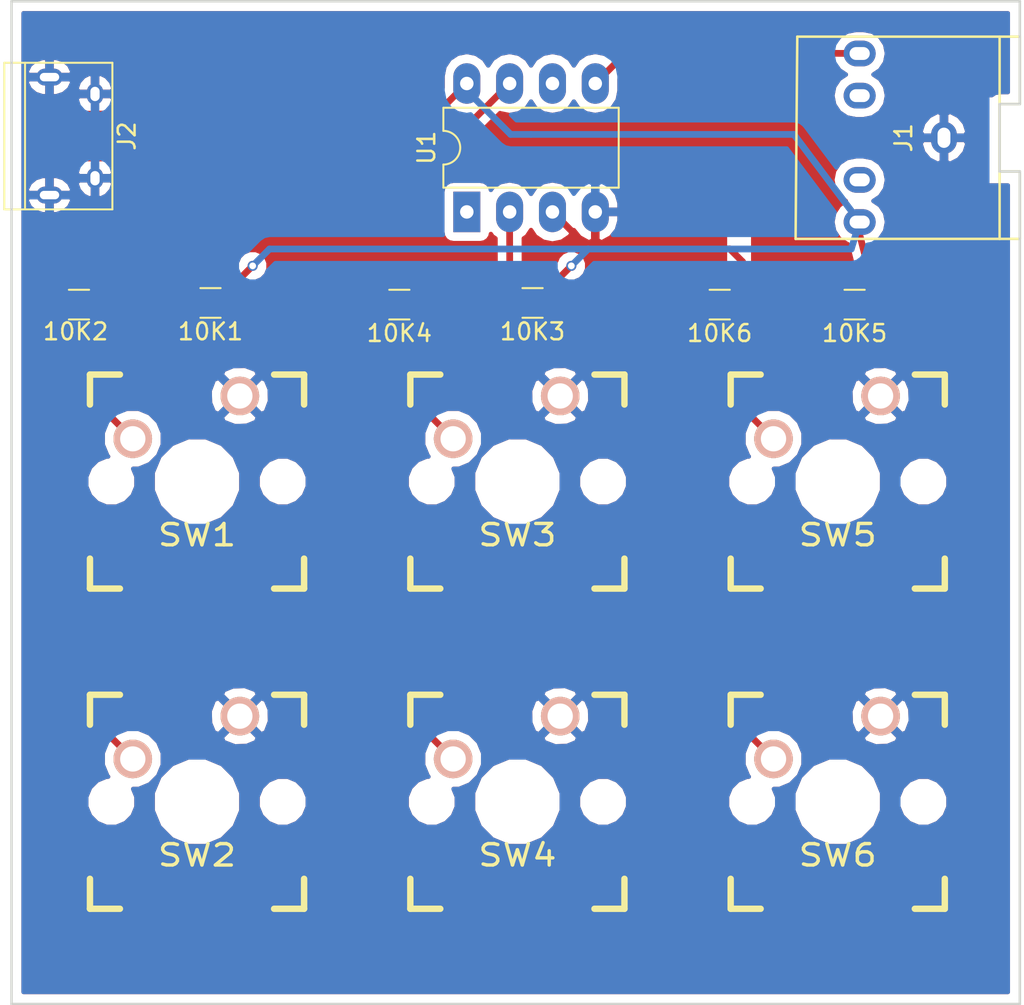
<source format=kicad_pcb>
(kicad_pcb (version 4) (host pcbnew 4.0.6)

  (general
    (links 30)
    (no_connects 0)
    (area 109.796999 71.451999 169.747001 131.102001)
    (thickness 1.6)
    (drawings 9)
    (tracks 56)
    (zones 0)
    (modules 15)
    (nets 10)
  )

  (page A4)
  (layers
    (0 F.Cu signal)
    (31 B.Cu signal)
    (32 B.Adhes user)
    (33 F.Adhes user hide)
    (34 B.Paste user)
    (35 F.Paste user)
    (36 B.SilkS user hide)
    (37 F.SilkS user)
    (38 B.Mask user hide)
    (39 F.Mask user)
    (40 Dwgs.User user hide)
    (41 Cmts.User user hide)
    (42 Eco1.User user hide)
    (43 Eco2.User user hide)
    (44 Edge.Cuts user)
    (45 Margin user hide)
    (46 B.CrtYd user hide)
    (47 F.CrtYd user hide)
    (48 B.Fab user hide)
    (49 F.Fab user hide)
  )

  (setup
    (last_trace_width 0.25)
    (trace_clearance 0.2)
    (zone_clearance 0.508)
    (zone_45_only no)
    (trace_min 0.2)
    (segment_width 0.2)
    (edge_width 0.15)
    (via_size 0.6)
    (via_drill 0.4)
    (via_min_size 0.4)
    (via_min_drill 0.3)
    (uvia_size 0.3)
    (uvia_drill 0.1)
    (uvias_allowed no)
    (uvia_min_size 0.2)
    (uvia_min_drill 0.1)
    (pcb_text_width 0.3)
    (pcb_text_size 1.5 1.5)
    (mod_edge_width 0.15)
    (mod_text_size 1 1)
    (mod_text_width 0.15)
    (pad_size 1.524 1.524)
    (pad_drill 0.762)
    (pad_to_mask_clearance 0.2)
    (aux_axis_origin 0 0)
    (grid_origin 118.872 89.027)
    (visible_elements FFFFFF7F)
    (pcbplotparams
      (layerselection 0x00030_80000001)
      (usegerberextensions false)
      (excludeedgelayer true)
      (linewidth 0.100000)
      (plotframeref false)
      (viasonmask false)
      (mode 1)
      (useauxorigin false)
      (hpglpennumber 1)
      (hpglpenspeed 20)
      (hpglpendiameter 15)
      (hpglpenoverlay 2)
      (psnegative false)
      (psa4output false)
      (plotreference true)
      (plotvalue true)
      (plotinvisibletext false)
      (padsonsilk false)
      (subtractmaskfromsilk false)
      (outputformat 1)
      (mirror false)
      (drillshape 1)
      (scaleselection 1)
      (outputdirectory ""))
  )

  (net 0 "")
  (net 1 +5V)
  (net 2 "Net-(10K1-Pad2)")
  (net 3 "Net-(10K2-Pad1)")
  (net 4 "Net-(10K3-Pad2)")
  (net 5 "Net-(10K4-Pad2)")
  (net 6 "Net-(10K5-Pad2)")
  (net 7 "Net-(10K6-Pad2)")
  (net 8 "Net-(J1-Pad2)")
  (net 9 GND)

  (net_class Default "This is the default net class."
    (clearance 0.2)
    (trace_width 0.25)
    (via_dia 0.6)
    (via_drill 0.4)
    (uvia_dia 0.3)
    (uvia_drill 0.1)
  )

  (net_class "Heavy Net" ""
    (clearance 0.2)
    (trace_width 0.4)
    (via_dia 0.6)
    (via_drill 0.4)
    (uvia_dia 0.3)
    (uvia_drill 0.1)
    (add_net +5V)
    (add_net GND)
    (add_net "Net-(10K1-Pad2)")
    (add_net "Net-(10K2-Pad1)")
    (add_net "Net-(10K3-Pad2)")
    (add_net "Net-(10K4-Pad2)")
    (add_net "Net-(10K5-Pad2)")
    (add_net "Net-(10K6-Pad2)")
    (add_net "Net-(J1-Pad2)")
  )

  (module Keyboard:CHERRY_PCB_100H (layer F.Cu) (tedit 549A0505) (tstamp 5973BBF0)
    (at 120.872 119.027)
    (path /597380E6)
    (fp_text reference SW2 (at 0 3.175) (layer F.SilkS)
      (effects (font (size 1.27 1.524) (thickness 0.2032)))
    )
    (fp_text value SW_Push (at 0 5.08) (layer F.SilkS) hide
      (effects (font (size 1.27 1.524) (thickness 0.2032)))
    )
    (fp_text user 1.00u (at -5.715 8.255) (layer Dwgs.User)
      (effects (font (thickness 0.3048)))
    )
    (fp_line (start -6.35 -6.35) (end 6.35 -6.35) (layer Cmts.User) (width 0.1524))
    (fp_line (start 6.35 -6.35) (end 6.35 6.35) (layer Cmts.User) (width 0.1524))
    (fp_line (start 6.35 6.35) (end -6.35 6.35) (layer Cmts.User) (width 0.1524))
    (fp_line (start -6.35 6.35) (end -6.35 -6.35) (layer Cmts.User) (width 0.1524))
    (fp_line (start -9.398 -9.398) (end 9.398 -9.398) (layer Dwgs.User) (width 0.1524))
    (fp_line (start 9.398 -9.398) (end 9.398 9.398) (layer Dwgs.User) (width 0.1524))
    (fp_line (start 9.398 9.398) (end -9.398 9.398) (layer Dwgs.User) (width 0.1524))
    (fp_line (start -9.398 9.398) (end -9.398 -9.398) (layer Dwgs.User) (width 0.1524))
    (fp_line (start -6.35 -6.35) (end -4.572 -6.35) (layer F.SilkS) (width 0.381))
    (fp_line (start 4.572 -6.35) (end 6.35 -6.35) (layer F.SilkS) (width 0.381))
    (fp_line (start 6.35 -6.35) (end 6.35 -4.572) (layer F.SilkS) (width 0.381))
    (fp_line (start 6.35 4.572) (end 6.35 6.35) (layer F.SilkS) (width 0.381))
    (fp_line (start 6.35 6.35) (end 4.572 6.35) (layer F.SilkS) (width 0.381))
    (fp_line (start -4.572 6.35) (end -6.35 6.35) (layer F.SilkS) (width 0.381))
    (fp_line (start -6.35 6.35) (end -6.35 4.572) (layer F.SilkS) (width 0.381))
    (fp_line (start -6.35 -4.572) (end -6.35 -6.35) (layer F.SilkS) (width 0.381))
    (fp_line (start -6.985 -6.985) (end 6.985 -6.985) (layer Eco2.User) (width 0.1524))
    (fp_line (start 6.985 -6.985) (end 6.985 6.985) (layer Eco2.User) (width 0.1524))
    (fp_line (start 6.985 6.985) (end -6.985 6.985) (layer Eco2.User) (width 0.1524))
    (fp_line (start -6.985 6.985) (end -6.985 -6.985) (layer Eco2.User) (width 0.1524))
    (pad 1 thru_hole circle (at 2.54 -5.08) (size 2.286 2.286) (drill 1.4986) (layers *.Cu *.SilkS *.Mask)
      (net 9 GND))
    (pad 2 thru_hole circle (at -3.81 -2.54) (size 2.286 2.286) (drill 1.4986) (layers *.Cu *.SilkS *.Mask)
      (net 3 "Net-(10K2-Pad1)"))
    (pad HOLE np_thru_hole circle (at 0 0) (size 3.9878 3.9878) (drill 3.9878) (layers *.Cu))
    (pad HOLE np_thru_hole circle (at -5.08 0) (size 1.7018 1.7018) (drill 1.7018) (layers *.Cu))
    (pad HOLE np_thru_hole circle (at 5.08 0) (size 1.7018 1.7018) (drill 1.7018) (layers *.Cu))
  )

  (module Keyboard:CHERRY_PCB_100H (layer F.Cu) (tedit 549A0505) (tstamp 5973BC2C)
    (at 139.872 119.027)
    (path /597380A4)
    (fp_text reference SW4 (at 0 3.175) (layer F.SilkS)
      (effects (font (size 1.27 1.524) (thickness 0.2032)))
    )
    (fp_text value SW_Push (at 0 5.08) (layer F.SilkS) hide
      (effects (font (size 1.27 1.524) (thickness 0.2032)))
    )
    (fp_text user 1.00u (at -5.715 8.255) (layer Dwgs.User)
      (effects (font (thickness 0.3048)))
    )
    (fp_line (start -6.35 -6.35) (end 6.35 -6.35) (layer Cmts.User) (width 0.1524))
    (fp_line (start 6.35 -6.35) (end 6.35 6.35) (layer Cmts.User) (width 0.1524))
    (fp_line (start 6.35 6.35) (end -6.35 6.35) (layer Cmts.User) (width 0.1524))
    (fp_line (start -6.35 6.35) (end -6.35 -6.35) (layer Cmts.User) (width 0.1524))
    (fp_line (start -9.398 -9.398) (end 9.398 -9.398) (layer Dwgs.User) (width 0.1524))
    (fp_line (start 9.398 -9.398) (end 9.398 9.398) (layer Dwgs.User) (width 0.1524))
    (fp_line (start 9.398 9.398) (end -9.398 9.398) (layer Dwgs.User) (width 0.1524))
    (fp_line (start -9.398 9.398) (end -9.398 -9.398) (layer Dwgs.User) (width 0.1524))
    (fp_line (start -6.35 -6.35) (end -4.572 -6.35) (layer F.SilkS) (width 0.381))
    (fp_line (start 4.572 -6.35) (end 6.35 -6.35) (layer F.SilkS) (width 0.381))
    (fp_line (start 6.35 -6.35) (end 6.35 -4.572) (layer F.SilkS) (width 0.381))
    (fp_line (start 6.35 4.572) (end 6.35 6.35) (layer F.SilkS) (width 0.381))
    (fp_line (start 6.35 6.35) (end 4.572 6.35) (layer F.SilkS) (width 0.381))
    (fp_line (start -4.572 6.35) (end -6.35 6.35) (layer F.SilkS) (width 0.381))
    (fp_line (start -6.35 6.35) (end -6.35 4.572) (layer F.SilkS) (width 0.381))
    (fp_line (start -6.35 -4.572) (end -6.35 -6.35) (layer F.SilkS) (width 0.381))
    (fp_line (start -6.985 -6.985) (end 6.985 -6.985) (layer Eco2.User) (width 0.1524))
    (fp_line (start 6.985 -6.985) (end 6.985 6.985) (layer Eco2.User) (width 0.1524))
    (fp_line (start 6.985 6.985) (end -6.985 6.985) (layer Eco2.User) (width 0.1524))
    (fp_line (start -6.985 6.985) (end -6.985 -6.985) (layer Eco2.User) (width 0.1524))
    (pad 1 thru_hole circle (at 2.54 -5.08) (size 2.286 2.286) (drill 1.4986) (layers *.Cu *.SilkS *.Mask)
      (net 9 GND))
    (pad 2 thru_hole circle (at -3.81 -2.54) (size 2.286 2.286) (drill 1.4986) (layers *.Cu *.SilkS *.Mask)
      (net 5 "Net-(10K4-Pad2)"))
    (pad HOLE np_thru_hole circle (at 0 0) (size 3.9878 3.9878) (drill 3.9878) (layers *.Cu))
    (pad HOLE np_thru_hole circle (at -5.08 0) (size 1.7018 1.7018) (drill 1.7018) (layers *.Cu))
    (pad HOLE np_thru_hole circle (at 5.08 0) (size 1.7018 1.7018) (drill 1.7018) (layers *.Cu))
  )

  (module Resistors_SMD:R_0805_HandSoldering (layer F.Cu) (tedit 58E0A804) (tstamp 5973BB01)
    (at 121.672 89.427 180)
    (descr "Resistor SMD 0805, hand soldering")
    (tags "resistor 0805")
    (path /5973A84B)
    (attr smd)
    (fp_text reference 10K1 (at 0 -1.7 180) (layer F.SilkS)
      (effects (font (size 1 1) (thickness 0.15)))
    )
    (fp_text value R (at 0 1.75 180) (layer F.Fab)
      (effects (font (size 1 1) (thickness 0.15)))
    )
    (fp_text user %R (at 0 0 180) (layer F.Fab)
      (effects (font (size 0.5 0.5) (thickness 0.075)))
    )
    (fp_line (start -1 0.62) (end -1 -0.62) (layer F.Fab) (width 0.1))
    (fp_line (start 1 0.62) (end -1 0.62) (layer F.Fab) (width 0.1))
    (fp_line (start 1 -0.62) (end 1 0.62) (layer F.Fab) (width 0.1))
    (fp_line (start -1 -0.62) (end 1 -0.62) (layer F.Fab) (width 0.1))
    (fp_line (start 0.6 0.88) (end -0.6 0.88) (layer F.SilkS) (width 0.12))
    (fp_line (start -0.6 -0.88) (end 0.6 -0.88) (layer F.SilkS) (width 0.12))
    (fp_line (start -2.35 -0.9) (end 2.35 -0.9) (layer F.CrtYd) (width 0.05))
    (fp_line (start -2.35 -0.9) (end -2.35 0.9) (layer F.CrtYd) (width 0.05))
    (fp_line (start 2.35 0.9) (end 2.35 -0.9) (layer F.CrtYd) (width 0.05))
    (fp_line (start 2.35 0.9) (end -2.35 0.9) (layer F.CrtYd) (width 0.05))
    (pad 1 smd rect (at -1.35 0 180) (size 1.5 1.3) (layers F.Cu F.Paste F.Mask)
      (net 1 +5V))
    (pad 2 smd rect (at 1.35 0 180) (size 1.5 1.3) (layers F.Cu F.Paste F.Mask)
      (net 2 "Net-(10K1-Pad2)"))
    (model ${KISYS3DMOD}/Resistors_SMD.3dshapes/R_0805.wrl
      (at (xyz 0 0 0))
      (scale (xyz 1 1 1))
      (rotate (xyz 0 0 0))
    )
  )

  (module Resistors_SMD:R_0805_HandSoldering (layer F.Cu) (tedit 5973DC0E) (tstamp 5973BB12)
    (at 113.872 89.527)
    (descr "Resistor SMD 0805, hand soldering")
    (tags "resistor 0805")
    (path /59725307)
    (attr smd)
    (fp_text reference 10K2 (at -0.2 1.6) (layer F.SilkS)
      (effects (font (size 1 1) (thickness 0.15)))
    )
    (fp_text value R (at 0 1.75) (layer F.Fab)
      (effects (font (size 1 1) (thickness 0.15)))
    )
    (fp_text user %R (at 0 0) (layer F.Fab)
      (effects (font (size 0.5 0.5) (thickness 0.075)))
    )
    (fp_line (start -1 0.62) (end -1 -0.62) (layer F.Fab) (width 0.1))
    (fp_line (start 1 0.62) (end -1 0.62) (layer F.Fab) (width 0.1))
    (fp_line (start 1 -0.62) (end 1 0.62) (layer F.Fab) (width 0.1))
    (fp_line (start -1 -0.62) (end 1 -0.62) (layer F.Fab) (width 0.1))
    (fp_line (start 0.6 0.88) (end -0.6 0.88) (layer F.SilkS) (width 0.12))
    (fp_line (start -0.6 -0.88) (end 0.6 -0.88) (layer F.SilkS) (width 0.12))
    (fp_line (start -2.35 -0.9) (end 2.35 -0.9) (layer F.CrtYd) (width 0.05))
    (fp_line (start -2.35 -0.9) (end -2.35 0.9) (layer F.CrtYd) (width 0.05))
    (fp_line (start 2.35 0.9) (end 2.35 -0.9) (layer F.CrtYd) (width 0.05))
    (fp_line (start 2.35 0.9) (end -2.35 0.9) (layer F.CrtYd) (width 0.05))
    (pad 1 smd rect (at -1.35 0) (size 1.5 1.3) (layers F.Cu F.Paste F.Mask)
      (net 3 "Net-(10K2-Pad1)"))
    (pad 2 smd rect (at 1.35 0) (size 1.5 1.3) (layers F.Cu F.Paste F.Mask)
      (net 2 "Net-(10K1-Pad2)"))
    (model ${KISYS3DMOD}/Resistors_SMD.3dshapes/R_0805.wrl
      (at (xyz 0 0 0))
      (scale (xyz 1 1 1))
      (rotate (xyz 0 0 0))
    )
  )

  (module Resistors_SMD:R_0805_HandSoldering (layer F.Cu) (tedit 5973D57C) (tstamp 5973BB23)
    (at 140.772 89.427 180)
    (descr "Resistor SMD 0805, hand soldering")
    (tags "resistor 0805")
    (path /5973A6DA)
    (attr smd)
    (fp_text reference 10K3 (at 0 -1.7 180) (layer F.SilkS)
      (effects (font (size 1 1) (thickness 0.15)))
    )
    (fp_text value R (at 0 1.75 180) (layer F.Fab)
      (effects (font (size 1 1) (thickness 0.15)))
    )
    (fp_text user %R (at 0 0 450) (layer F.Fab)
      (effects (font (size 0.5 0.5) (thickness 0.075)))
    )
    (fp_line (start -1 0.62) (end -1 -0.62) (layer F.Fab) (width 0.1))
    (fp_line (start 1 0.62) (end -1 0.62) (layer F.Fab) (width 0.1))
    (fp_line (start 1 -0.62) (end 1 0.62) (layer F.Fab) (width 0.1))
    (fp_line (start -1 -0.62) (end 1 -0.62) (layer F.Fab) (width 0.1))
    (fp_line (start 0.6 0.88) (end -0.6 0.88) (layer F.SilkS) (width 0.12))
    (fp_line (start -0.6 -0.88) (end 0.6 -0.88) (layer F.SilkS) (width 0.12))
    (fp_line (start -2.35 -0.9) (end 2.35 -0.9) (layer F.CrtYd) (width 0.05))
    (fp_line (start -2.35 -0.9) (end -2.35 0.9) (layer F.CrtYd) (width 0.05))
    (fp_line (start 2.35 0.9) (end 2.35 -0.9) (layer F.CrtYd) (width 0.05))
    (fp_line (start 2.35 0.9) (end -2.35 0.9) (layer F.CrtYd) (width 0.05))
    (pad 1 smd rect (at -1.35 0 180) (size 1.5 1.3) (layers F.Cu F.Paste F.Mask)
      (net 1 +5V))
    (pad 2 smd rect (at 1.35 0 180) (size 1.5 1.3) (layers F.Cu F.Paste F.Mask)
      (net 4 "Net-(10K3-Pad2)"))
    (model ${KISYS3DMOD}/Resistors_SMD.3dshapes/R_0805.wrl
      (at (xyz 0 0 0))
      (scale (xyz 1 1 1))
      (rotate (xyz 0 0 0))
    )
  )

  (module Resistors_SMD:R_0805_HandSoldering (layer F.Cu) (tedit 58E0A804) (tstamp 5973BB34)
    (at 132.872 89.527 180)
    (descr "Resistor SMD 0805, hand soldering")
    (tags "resistor 0805")
    (path /5973A743)
    (attr smd)
    (fp_text reference 10K4 (at 0 -1.7 180) (layer F.SilkS)
      (effects (font (size 1 1) (thickness 0.15)))
    )
    (fp_text value R (at 0 1.75 180) (layer F.Fab)
      (effects (font (size 1 1) (thickness 0.15)))
    )
    (fp_text user %R (at 0 0 180) (layer F.Fab)
      (effects (font (size 0.5 0.5) (thickness 0.075)))
    )
    (fp_line (start -1 0.62) (end -1 -0.62) (layer F.Fab) (width 0.1))
    (fp_line (start 1 0.62) (end -1 0.62) (layer F.Fab) (width 0.1))
    (fp_line (start 1 -0.62) (end 1 0.62) (layer F.Fab) (width 0.1))
    (fp_line (start -1 -0.62) (end 1 -0.62) (layer F.Fab) (width 0.1))
    (fp_line (start 0.6 0.88) (end -0.6 0.88) (layer F.SilkS) (width 0.12))
    (fp_line (start -0.6 -0.88) (end 0.6 -0.88) (layer F.SilkS) (width 0.12))
    (fp_line (start -2.35 -0.9) (end 2.35 -0.9) (layer F.CrtYd) (width 0.05))
    (fp_line (start -2.35 -0.9) (end -2.35 0.9) (layer F.CrtYd) (width 0.05))
    (fp_line (start 2.35 0.9) (end 2.35 -0.9) (layer F.CrtYd) (width 0.05))
    (fp_line (start 2.35 0.9) (end -2.35 0.9) (layer F.CrtYd) (width 0.05))
    (pad 1 smd rect (at -1.35 0 180) (size 1.5 1.3) (layers F.Cu F.Paste F.Mask)
      (net 4 "Net-(10K3-Pad2)"))
    (pad 2 smd rect (at 1.35 0 180) (size 1.5 1.3) (layers F.Cu F.Paste F.Mask)
      (net 5 "Net-(10K4-Pad2)"))
    (model ${KISYS3DMOD}/Resistors_SMD.3dshapes/R_0805.wrl
      (at (xyz 0 0 0))
      (scale (xyz 1 1 1))
      (rotate (xyz 0 0 0))
    )
  )

  (module Resistors_SMD:R_0805_HandSoldering (layer F.Cu) (tedit 58E0A804) (tstamp 5973BB45)
    (at 159.872 89.527 180)
    (descr "Resistor SMD 0805, hand soldering")
    (tags "resistor 0805")
    (path /5973A7F1)
    (attr smd)
    (fp_text reference 10K5 (at 0 -1.7 180) (layer F.SilkS)
      (effects (font (size 1 1) (thickness 0.15)))
    )
    (fp_text value R (at 0 1.75 180) (layer F.Fab)
      (effects (font (size 1 1) (thickness 0.15)))
    )
    (fp_text user %R (at 0 0 180) (layer F.Fab)
      (effects (font (size 0.5 0.5) (thickness 0.075)))
    )
    (fp_line (start -1 0.62) (end -1 -0.62) (layer F.Fab) (width 0.1))
    (fp_line (start 1 0.62) (end -1 0.62) (layer F.Fab) (width 0.1))
    (fp_line (start 1 -0.62) (end 1 0.62) (layer F.Fab) (width 0.1))
    (fp_line (start -1 -0.62) (end 1 -0.62) (layer F.Fab) (width 0.1))
    (fp_line (start 0.6 0.88) (end -0.6 0.88) (layer F.SilkS) (width 0.12))
    (fp_line (start -0.6 -0.88) (end 0.6 -0.88) (layer F.SilkS) (width 0.12))
    (fp_line (start -2.35 -0.9) (end 2.35 -0.9) (layer F.CrtYd) (width 0.05))
    (fp_line (start -2.35 -0.9) (end -2.35 0.9) (layer F.CrtYd) (width 0.05))
    (fp_line (start 2.35 0.9) (end 2.35 -0.9) (layer F.CrtYd) (width 0.05))
    (fp_line (start 2.35 0.9) (end -2.35 0.9) (layer F.CrtYd) (width 0.05))
    (pad 1 smd rect (at -1.35 0 180) (size 1.5 1.3) (layers F.Cu F.Paste F.Mask)
      (net 1 +5V))
    (pad 2 smd rect (at 1.35 0 180) (size 1.5 1.3) (layers F.Cu F.Paste F.Mask)
      (net 6 "Net-(10K5-Pad2)"))
    (model ${KISYS3DMOD}/Resistors_SMD.3dshapes/R_0805.wrl
      (at (xyz 0 0 0))
      (scale (xyz 1 1 1))
      (rotate (xyz 0 0 0))
    )
  )

  (module Resistors_SMD:R_0805_HandSoldering (layer F.Cu) (tedit 58E0A804) (tstamp 5973BB56)
    (at 151.872 89.527 180)
    (descr "Resistor SMD 0805, hand soldering")
    (tags "resistor 0805")
    (path /5973A797)
    (attr smd)
    (fp_text reference 10K6 (at 0 -1.7 180) (layer F.SilkS)
      (effects (font (size 1 1) (thickness 0.15)))
    )
    (fp_text value R (at 0 1.75 180) (layer F.Fab)
      (effects (font (size 1 1) (thickness 0.15)))
    )
    (fp_text user %R (at 0 0 180) (layer F.Fab)
      (effects (font (size 0.5 0.5) (thickness 0.075)))
    )
    (fp_line (start -1 0.62) (end -1 -0.62) (layer F.Fab) (width 0.1))
    (fp_line (start 1 0.62) (end -1 0.62) (layer F.Fab) (width 0.1))
    (fp_line (start 1 -0.62) (end 1 0.62) (layer F.Fab) (width 0.1))
    (fp_line (start -1 -0.62) (end 1 -0.62) (layer F.Fab) (width 0.1))
    (fp_line (start 0.6 0.88) (end -0.6 0.88) (layer F.SilkS) (width 0.12))
    (fp_line (start -0.6 -0.88) (end 0.6 -0.88) (layer F.SilkS) (width 0.12))
    (fp_line (start -2.35 -0.9) (end 2.35 -0.9) (layer F.CrtYd) (width 0.05))
    (fp_line (start -2.35 -0.9) (end -2.35 0.9) (layer F.CrtYd) (width 0.05))
    (fp_line (start 2.35 0.9) (end 2.35 -0.9) (layer F.CrtYd) (width 0.05))
    (fp_line (start 2.35 0.9) (end -2.35 0.9) (layer F.CrtYd) (width 0.05))
    (pad 1 smd rect (at -1.35 0 180) (size 1.5 1.3) (layers F.Cu F.Paste F.Mask)
      (net 6 "Net-(10K5-Pad2)"))
    (pad 2 smd rect (at 1.35 0 180) (size 1.5 1.3) (layers F.Cu F.Paste F.Mask)
      (net 7 "Net-(10K6-Pad2)"))
    (model ${KISYS3DMOD}/Resistors_SMD.3dshapes/R_0805.wrl
      (at (xyz 0 0 0))
      (scale (xyz 1 1 1))
      (rotate (xyz 0 0 0))
    )
  )

  (module SJ1-352X:SJ1-352XN (layer F.Cu) (tedit 5973AAE5) (tstamp 5973BB9C)
    (at 169.672 79.627 90)
    (path /59738767)
    (fp_text reference J1 (at 0 -6.9 90) (layer F.SilkS)
      (effects (font (size 1 1) (thickness 0.15)))
    )
    (fp_text value Audio-Jack-3 (at 0 -2.3 90) (layer F.Fab)
      (effects (font (size 1 1) (thickness 0.15)))
    )
    (fp_text user Cut (at -0.2 -0.3 90) (layer F.SilkS) hide
      (effects (font (size 1 1) (thickness 0.15)))
    )
    (fp_line (start 6 -1.2) (end -6 -1.2) (layer F.SilkS) (width 0.15))
    (fp_line (start 6 0) (end 6 -13.2) (layer F.SilkS) (width 0.15))
    (fp_line (start 6 -13.2) (end -6 -13.3) (layer F.SilkS) (width 0.15))
    (fp_line (start -6 -13.3) (end -6 0) (layer F.SilkS) (width 0.15))
    (fp_line (start -6 0) (end -2.1 0) (layer F.SilkS) (width 0.15))
    (fp_line (start 2 0) (end 6 0) (layer F.SilkS) (width 0.15))
    (fp_line (start -2 0) (end -2 -1.2) (layer F.SilkS) (width 0.15))
    (fp_line (start -2 -1.2) (end 2 -1.2) (layer F.SilkS) (width 0.15))
    (fp_line (start 2 -1.2) (end 2 0) (layer F.SilkS) (width 0.15))
    (pad 1 thru_hole oval (at 0 -4.5 90) (size 1.9 1.524) (drill oval 1.2 0.762) (layers *.Cu *.Mask)
      (net 9 GND))
    (pad 5 thru_hole oval (at -2.5 -9.5 180) (size 1.9 1.524) (drill oval 1.2 0.762) (layers *.Cu *.Mask))
    (pad 4 thru_hole oval (at 2.5 -9.5 180) (size 1.9 1.524) (drill oval 1.2 0.762) (layers *.Cu *.Mask))
    (pad 3 thru_hole oval (at -5 -9.5 180) (size 1.9 1.524) (drill oval 1.2 0.762) (layers *.Cu *.Mask)
      (net 1 +5V))
    (pad 2 thru_hole oval (at 5 -9.5 180) (size 1.9 1.524) (drill oval 1.2 0.762) (layers *.Cu *.Mask)
      (net 8 "Net-(J1-Pad2)"))
  )

  (module Keyboard:CHERRY_PCB_100H (layer F.Cu) (tedit 549A0505) (tstamp 5973BBD2)
    (at 120.872 100.027)
    (path /597381C1)
    (fp_text reference SW1 (at 0 3.175) (layer F.SilkS)
      (effects (font (size 1.27 1.524) (thickness 0.2032)))
    )
    (fp_text value SW_Push (at 0 5.08) (layer F.SilkS) hide
      (effects (font (size 1.27 1.524) (thickness 0.2032)))
    )
    (fp_text user 1.00u (at -5.715 8.255) (layer Dwgs.User)
      (effects (font (thickness 0.3048)))
    )
    (fp_line (start -6.35 -6.35) (end 6.35 -6.35) (layer Cmts.User) (width 0.1524))
    (fp_line (start 6.35 -6.35) (end 6.35 6.35) (layer Cmts.User) (width 0.1524))
    (fp_line (start 6.35 6.35) (end -6.35 6.35) (layer Cmts.User) (width 0.1524))
    (fp_line (start -6.35 6.35) (end -6.35 -6.35) (layer Cmts.User) (width 0.1524))
    (fp_line (start -9.398 -9.398) (end 9.398 -9.398) (layer Dwgs.User) (width 0.1524))
    (fp_line (start 9.398 -9.398) (end 9.398 9.398) (layer Dwgs.User) (width 0.1524))
    (fp_line (start 9.398 9.398) (end -9.398 9.398) (layer Dwgs.User) (width 0.1524))
    (fp_line (start -9.398 9.398) (end -9.398 -9.398) (layer Dwgs.User) (width 0.1524))
    (fp_line (start -6.35 -6.35) (end -4.572 -6.35) (layer F.SilkS) (width 0.381))
    (fp_line (start 4.572 -6.35) (end 6.35 -6.35) (layer F.SilkS) (width 0.381))
    (fp_line (start 6.35 -6.35) (end 6.35 -4.572) (layer F.SilkS) (width 0.381))
    (fp_line (start 6.35 4.572) (end 6.35 6.35) (layer F.SilkS) (width 0.381))
    (fp_line (start 6.35 6.35) (end 4.572 6.35) (layer F.SilkS) (width 0.381))
    (fp_line (start -4.572 6.35) (end -6.35 6.35) (layer F.SilkS) (width 0.381))
    (fp_line (start -6.35 6.35) (end -6.35 4.572) (layer F.SilkS) (width 0.381))
    (fp_line (start -6.35 -4.572) (end -6.35 -6.35) (layer F.SilkS) (width 0.381))
    (fp_line (start -6.985 -6.985) (end 6.985 -6.985) (layer Eco2.User) (width 0.1524))
    (fp_line (start 6.985 -6.985) (end 6.985 6.985) (layer Eco2.User) (width 0.1524))
    (fp_line (start 6.985 6.985) (end -6.985 6.985) (layer Eco2.User) (width 0.1524))
    (fp_line (start -6.985 6.985) (end -6.985 -6.985) (layer Eco2.User) (width 0.1524))
    (pad 1 thru_hole circle (at 2.54 -5.08) (size 2.286 2.286) (drill 1.4986) (layers *.Cu *.SilkS *.Mask)
      (net 9 GND))
    (pad 2 thru_hole circle (at -3.81 -2.54) (size 2.286 2.286) (drill 1.4986) (layers *.Cu *.SilkS *.Mask)
      (net 2 "Net-(10K1-Pad2)"))
    (pad HOLE np_thru_hole circle (at 0 0) (size 3.9878 3.9878) (drill 3.9878) (layers *.Cu))
    (pad HOLE np_thru_hole circle (at -5.08 0) (size 1.7018 1.7018) (drill 1.7018) (layers *.Cu))
    (pad HOLE np_thru_hole circle (at 5.08 0) (size 1.7018 1.7018) (drill 1.7018) (layers *.Cu))
  )

  (module Keyboard:CHERRY_PCB_100H (layer F.Cu) (tedit 549A0505) (tstamp 5973BC0E)
    (at 139.872 100.027)
    (path /59738182)
    (fp_text reference SW3 (at 0 3.175) (layer F.SilkS)
      (effects (font (size 1.27 1.524) (thickness 0.2032)))
    )
    (fp_text value SW_Push (at 0 5.08) (layer F.SilkS) hide
      (effects (font (size 1.27 1.524) (thickness 0.2032)))
    )
    (fp_text user 1.00u (at -5.715 8.255) (layer Dwgs.User)
      (effects (font (thickness 0.3048)))
    )
    (fp_line (start -6.35 -6.35) (end 6.35 -6.35) (layer Cmts.User) (width 0.1524))
    (fp_line (start 6.35 -6.35) (end 6.35 6.35) (layer Cmts.User) (width 0.1524))
    (fp_line (start 6.35 6.35) (end -6.35 6.35) (layer Cmts.User) (width 0.1524))
    (fp_line (start -6.35 6.35) (end -6.35 -6.35) (layer Cmts.User) (width 0.1524))
    (fp_line (start -9.398 -9.398) (end 9.398 -9.398) (layer Dwgs.User) (width 0.1524))
    (fp_line (start 9.398 -9.398) (end 9.398 9.398) (layer Dwgs.User) (width 0.1524))
    (fp_line (start 9.398 9.398) (end -9.398 9.398) (layer Dwgs.User) (width 0.1524))
    (fp_line (start -9.398 9.398) (end -9.398 -9.398) (layer Dwgs.User) (width 0.1524))
    (fp_line (start -6.35 -6.35) (end -4.572 -6.35) (layer F.SilkS) (width 0.381))
    (fp_line (start 4.572 -6.35) (end 6.35 -6.35) (layer F.SilkS) (width 0.381))
    (fp_line (start 6.35 -6.35) (end 6.35 -4.572) (layer F.SilkS) (width 0.381))
    (fp_line (start 6.35 4.572) (end 6.35 6.35) (layer F.SilkS) (width 0.381))
    (fp_line (start 6.35 6.35) (end 4.572 6.35) (layer F.SilkS) (width 0.381))
    (fp_line (start -4.572 6.35) (end -6.35 6.35) (layer F.SilkS) (width 0.381))
    (fp_line (start -6.35 6.35) (end -6.35 4.572) (layer F.SilkS) (width 0.381))
    (fp_line (start -6.35 -4.572) (end -6.35 -6.35) (layer F.SilkS) (width 0.381))
    (fp_line (start -6.985 -6.985) (end 6.985 -6.985) (layer Eco2.User) (width 0.1524))
    (fp_line (start 6.985 -6.985) (end 6.985 6.985) (layer Eco2.User) (width 0.1524))
    (fp_line (start 6.985 6.985) (end -6.985 6.985) (layer Eco2.User) (width 0.1524))
    (fp_line (start -6.985 6.985) (end -6.985 -6.985) (layer Eco2.User) (width 0.1524))
    (pad 1 thru_hole circle (at 2.54 -5.08) (size 2.286 2.286) (drill 1.4986) (layers *.Cu *.SilkS *.Mask)
      (net 9 GND))
    (pad 2 thru_hole circle (at -3.81 -2.54) (size 2.286 2.286) (drill 1.4986) (layers *.Cu *.SilkS *.Mask)
      (net 4 "Net-(10K3-Pad2)"))
    (pad HOLE np_thru_hole circle (at 0 0) (size 3.9878 3.9878) (drill 3.9878) (layers *.Cu))
    (pad HOLE np_thru_hole circle (at -5.08 0) (size 1.7018 1.7018) (drill 1.7018) (layers *.Cu))
    (pad HOLE np_thru_hole circle (at 5.08 0) (size 1.7018 1.7018) (drill 1.7018) (layers *.Cu))
  )

  (module Keyboard:CHERRY_PCB_100H (layer F.Cu) (tedit 549A0505) (tstamp 5973BC4A)
    (at 158.872 100.027)
    (path /59738158)
    (fp_text reference SW5 (at 0 3.175) (layer F.SilkS)
      (effects (font (size 1.27 1.524) (thickness 0.2032)))
    )
    (fp_text value SW_Push (at 0 5.08) (layer F.SilkS) hide
      (effects (font (size 1.27 1.524) (thickness 0.2032)))
    )
    (fp_text user 1.00u (at -5.715 8.255) (layer Dwgs.User)
      (effects (font (thickness 0.3048)))
    )
    (fp_line (start -6.35 -6.35) (end 6.35 -6.35) (layer Cmts.User) (width 0.1524))
    (fp_line (start 6.35 -6.35) (end 6.35 6.35) (layer Cmts.User) (width 0.1524))
    (fp_line (start 6.35 6.35) (end -6.35 6.35) (layer Cmts.User) (width 0.1524))
    (fp_line (start -6.35 6.35) (end -6.35 -6.35) (layer Cmts.User) (width 0.1524))
    (fp_line (start -9.398 -9.398) (end 9.398 -9.398) (layer Dwgs.User) (width 0.1524))
    (fp_line (start 9.398 -9.398) (end 9.398 9.398) (layer Dwgs.User) (width 0.1524))
    (fp_line (start 9.398 9.398) (end -9.398 9.398) (layer Dwgs.User) (width 0.1524))
    (fp_line (start -9.398 9.398) (end -9.398 -9.398) (layer Dwgs.User) (width 0.1524))
    (fp_line (start -6.35 -6.35) (end -4.572 -6.35) (layer F.SilkS) (width 0.381))
    (fp_line (start 4.572 -6.35) (end 6.35 -6.35) (layer F.SilkS) (width 0.381))
    (fp_line (start 6.35 -6.35) (end 6.35 -4.572) (layer F.SilkS) (width 0.381))
    (fp_line (start 6.35 4.572) (end 6.35 6.35) (layer F.SilkS) (width 0.381))
    (fp_line (start 6.35 6.35) (end 4.572 6.35) (layer F.SilkS) (width 0.381))
    (fp_line (start -4.572 6.35) (end -6.35 6.35) (layer F.SilkS) (width 0.381))
    (fp_line (start -6.35 6.35) (end -6.35 4.572) (layer F.SilkS) (width 0.381))
    (fp_line (start -6.35 -4.572) (end -6.35 -6.35) (layer F.SilkS) (width 0.381))
    (fp_line (start -6.985 -6.985) (end 6.985 -6.985) (layer Eco2.User) (width 0.1524))
    (fp_line (start 6.985 -6.985) (end 6.985 6.985) (layer Eco2.User) (width 0.1524))
    (fp_line (start 6.985 6.985) (end -6.985 6.985) (layer Eco2.User) (width 0.1524))
    (fp_line (start -6.985 6.985) (end -6.985 -6.985) (layer Eco2.User) (width 0.1524))
    (pad 1 thru_hole circle (at 2.54 -5.08) (size 2.286 2.286) (drill 1.4986) (layers *.Cu *.SilkS *.Mask)
      (net 9 GND))
    (pad 2 thru_hole circle (at -3.81 -2.54) (size 2.286 2.286) (drill 1.4986) (layers *.Cu *.SilkS *.Mask)
      (net 6 "Net-(10K5-Pad2)"))
    (pad HOLE np_thru_hole circle (at 0 0) (size 3.9878 3.9878) (drill 3.9878) (layers *.Cu))
    (pad HOLE np_thru_hole circle (at -5.08 0) (size 1.7018 1.7018) (drill 1.7018) (layers *.Cu))
    (pad HOLE np_thru_hole circle (at 5.08 0) (size 1.7018 1.7018) (drill 1.7018) (layers *.Cu))
  )

  (module Keyboard:CHERRY_PCB_100H (layer F.Cu) (tedit 549A0505) (tstamp 5973BC68)
    (at 158.872 119.027)
    (path /5973802F)
    (fp_text reference SW6 (at 0 3.175) (layer F.SilkS)
      (effects (font (size 1.27 1.524) (thickness 0.2032)))
    )
    (fp_text value SW_Push (at 0 5.08) (layer F.SilkS) hide
      (effects (font (size 1.27 1.524) (thickness 0.2032)))
    )
    (fp_text user 1.00u (at -5.715 8.255) (layer Dwgs.User)
      (effects (font (thickness 0.3048)))
    )
    (fp_line (start -6.35 -6.35) (end 6.35 -6.35) (layer Cmts.User) (width 0.1524))
    (fp_line (start 6.35 -6.35) (end 6.35 6.35) (layer Cmts.User) (width 0.1524))
    (fp_line (start 6.35 6.35) (end -6.35 6.35) (layer Cmts.User) (width 0.1524))
    (fp_line (start -6.35 6.35) (end -6.35 -6.35) (layer Cmts.User) (width 0.1524))
    (fp_line (start -9.398 -9.398) (end 9.398 -9.398) (layer Dwgs.User) (width 0.1524))
    (fp_line (start 9.398 -9.398) (end 9.398 9.398) (layer Dwgs.User) (width 0.1524))
    (fp_line (start 9.398 9.398) (end -9.398 9.398) (layer Dwgs.User) (width 0.1524))
    (fp_line (start -9.398 9.398) (end -9.398 -9.398) (layer Dwgs.User) (width 0.1524))
    (fp_line (start -6.35 -6.35) (end -4.572 -6.35) (layer F.SilkS) (width 0.381))
    (fp_line (start 4.572 -6.35) (end 6.35 -6.35) (layer F.SilkS) (width 0.381))
    (fp_line (start 6.35 -6.35) (end 6.35 -4.572) (layer F.SilkS) (width 0.381))
    (fp_line (start 6.35 4.572) (end 6.35 6.35) (layer F.SilkS) (width 0.381))
    (fp_line (start 6.35 6.35) (end 4.572 6.35) (layer F.SilkS) (width 0.381))
    (fp_line (start -4.572 6.35) (end -6.35 6.35) (layer F.SilkS) (width 0.381))
    (fp_line (start -6.35 6.35) (end -6.35 4.572) (layer F.SilkS) (width 0.381))
    (fp_line (start -6.35 -4.572) (end -6.35 -6.35) (layer F.SilkS) (width 0.381))
    (fp_line (start -6.985 -6.985) (end 6.985 -6.985) (layer Eco2.User) (width 0.1524))
    (fp_line (start 6.985 -6.985) (end 6.985 6.985) (layer Eco2.User) (width 0.1524))
    (fp_line (start 6.985 6.985) (end -6.985 6.985) (layer Eco2.User) (width 0.1524))
    (fp_line (start -6.985 6.985) (end -6.985 -6.985) (layer Eco2.User) (width 0.1524))
    (pad 1 thru_hole circle (at 2.54 -5.08) (size 2.286 2.286) (drill 1.4986) (layers *.Cu *.SilkS *.Mask)
      (net 9 GND))
    (pad 2 thru_hole circle (at -3.81 -2.54) (size 2.286 2.286) (drill 1.4986) (layers *.Cu *.SilkS *.Mask)
      (net 7 "Net-(10K6-Pad2)"))
    (pad HOLE np_thru_hole circle (at 0 0) (size 3.9878 3.9878) (drill 3.9878) (layers *.Cu))
    (pad HOLE np_thru_hole circle (at -5.08 0) (size 1.7018 1.7018) (drill 1.7018) (layers *.Cu))
    (pad HOLE np_thru_hole circle (at 5.08 0) (size 1.7018 1.7018) (drill 1.7018) (layers *.Cu))
  )

  (module Housings_DIP:DIP-8_W7.62mm_LongPads (layer F.Cu) (tedit 58CC8E33) (tstamp 5973BC84)
    (at 136.872 84.027 90)
    (descr "8-lead dip package, row spacing 7.62 mm (300 mils), LongPads")
    (tags "DIL DIP PDIP 2.54mm 7.62mm 300mil LongPads")
    (path /59738694)
    (fp_text reference U1 (at 3.81 -2.39 90) (layer F.SilkS)
      (effects (font (size 1 1) (thickness 0.15)))
    )
    (fp_text value ATTINY85-20PU (at 3.81 10.01 90) (layer F.Fab)
      (effects (font (size 1 1) (thickness 0.15)))
    )
    (fp_text user %R (at 3.81 3.81 90) (layer F.Fab)
      (effects (font (size 1 1) (thickness 0.15)))
    )
    (fp_line (start 1.635 -1.27) (end 6.985 -1.27) (layer F.Fab) (width 0.1))
    (fp_line (start 6.985 -1.27) (end 6.985 8.89) (layer F.Fab) (width 0.1))
    (fp_line (start 6.985 8.89) (end 0.635 8.89) (layer F.Fab) (width 0.1))
    (fp_line (start 0.635 8.89) (end 0.635 -0.27) (layer F.Fab) (width 0.1))
    (fp_line (start 0.635 -0.27) (end 1.635 -1.27) (layer F.Fab) (width 0.1))
    (fp_line (start 2.81 -1.39) (end 1.44 -1.39) (layer F.SilkS) (width 0.12))
    (fp_line (start 1.44 -1.39) (end 1.44 9.01) (layer F.SilkS) (width 0.12))
    (fp_line (start 1.44 9.01) (end 6.18 9.01) (layer F.SilkS) (width 0.12))
    (fp_line (start 6.18 9.01) (end 6.18 -1.39) (layer F.SilkS) (width 0.12))
    (fp_line (start 6.18 -1.39) (end 4.81 -1.39) (layer F.SilkS) (width 0.12))
    (fp_line (start -1.5 -1.6) (end -1.5 9.2) (layer F.CrtYd) (width 0.05))
    (fp_line (start -1.5 9.2) (end 9.1 9.2) (layer F.CrtYd) (width 0.05))
    (fp_line (start 9.1 9.2) (end 9.1 -1.6) (layer F.CrtYd) (width 0.05))
    (fp_line (start 9.1 -1.6) (end -1.5 -1.6) (layer F.CrtYd) (width 0.05))
    (fp_arc (start 3.81 -1.39) (end 2.81 -1.39) (angle -180) (layer F.SilkS) (width 0.12))
    (pad 1 thru_hole rect (at 0 0 90) (size 2.4 1.6) (drill 0.8) (layers *.Cu *.Mask))
    (pad 5 thru_hole oval (at 7.62 7.62 90) (size 2.4 1.6) (drill 0.8) (layers *.Cu *.Mask)
      (net 8 "Net-(J1-Pad2)"))
    (pad 2 thru_hole oval (at 0 2.54 90) (size 2.4 1.6) (drill 0.8) (layers *.Cu *.Mask)
      (net 4 "Net-(10K3-Pad2)"))
    (pad 6 thru_hole oval (at 7.62 5.08 90) (size 2.4 1.6) (drill 0.8) (layers *.Cu *.Mask))
    (pad 3 thru_hole oval (at 0 5.08 90) (size 2.4 1.6) (drill 0.8) (layers *.Cu *.Mask)
      (net 6 "Net-(10K5-Pad2)"))
    (pad 7 thru_hole oval (at 7.62 2.54 90) (size 2.4 1.6) (drill 0.8) (layers *.Cu *.Mask)
      (net 2 "Net-(10K1-Pad2)"))
    (pad 4 thru_hole oval (at 0 7.62 90) (size 2.4 1.6) (drill 0.8) (layers *.Cu *.Mask)
      (net 9 GND))
    (pad 8 thru_hole oval (at 7.62 0 90) (size 2.4 1.6) (drill 0.8) (layers *.Cu *.Mask)
      (net 1 +5V))
    (model ${KISYS3DMOD}/Housings_DIP.3dshapes/DIP-8_W7.62mm_LongPads.wrl
      (at (xyz 0 0 0))
      (scale (xyz 1 1 1))
      (rotate (xyz 0 0 0))
    )
  )

  (module Connectors:USB_Micro-B (layer F.Cu) (tedit 5543E447) (tstamp 5973D1F0)
    (at 113.472 79.527 270)
    (descr "Micro USB Type B Receptacle")
    (tags "USB USB_B USB_micro USB_OTG")
    (path /5973CE99)
    (attr smd)
    (fp_text reference J2 (at 0 -3.24 270) (layer F.SilkS)
      (effects (font (size 1 1) (thickness 0.15)))
    )
    (fp_text value USB_OTG (at 0 5.01 270) (layer F.Fab)
      (effects (font (size 1 1) (thickness 0.15)))
    )
    (fp_line (start -4.6 -2.59) (end 4.6 -2.59) (layer F.CrtYd) (width 0.05))
    (fp_line (start 4.6 -2.59) (end 4.6 4.26) (layer F.CrtYd) (width 0.05))
    (fp_line (start 4.6 4.26) (end -4.6 4.26) (layer F.CrtYd) (width 0.05))
    (fp_line (start -4.6 4.26) (end -4.6 -2.59) (layer F.CrtYd) (width 0.05))
    (fp_line (start -4.35 4.03) (end 4.35 4.03) (layer F.SilkS) (width 0.12))
    (fp_line (start -4.35 -2.38) (end 4.35 -2.38) (layer F.SilkS) (width 0.12))
    (fp_line (start 4.35 -2.38) (end 4.35 4.03) (layer F.SilkS) (width 0.12))
    (fp_line (start 4.35 2.8) (end -4.35 2.8) (layer F.SilkS) (width 0.12))
    (fp_line (start -4.35 4.03) (end -4.35 -2.38) (layer F.SilkS) (width 0.12))
    (pad 1 smd rect (at -1.3 -1.35) (size 1.35 0.4) (layers F.Cu F.Paste F.Mask)
      (net 1 +5V))
    (pad 2 smd rect (at -0.65 -1.35) (size 1.35 0.4) (layers F.Cu F.Paste F.Mask))
    (pad 3 smd rect (at 0 -1.35) (size 1.35 0.4) (layers F.Cu F.Paste F.Mask))
    (pad 4 smd rect (at 0.65 -1.35) (size 1.35 0.4) (layers F.Cu F.Paste F.Mask))
    (pad 5 smd rect (at 1.3 -1.35) (size 1.35 0.4) (layers F.Cu F.Paste F.Mask)
      (net 9 GND))
    (pad 6 thru_hole oval (at -2.5 -1.35) (size 0.95 1.25) (drill oval 0.55 0.85) (layers *.Cu *.Mask)
      (net 9 GND))
    (pad 6 thru_hole oval (at 2.5 -1.35) (size 0.95 1.25) (drill oval 0.55 0.85) (layers *.Cu *.Mask)
      (net 9 GND))
    (pad 6 thru_hole oval (at -3.5 1.35) (size 1.55 1) (drill oval 1.15 0.5) (layers *.Cu *.Mask)
      (net 9 GND))
    (pad 6 thru_hole oval (at 3.5 1.35) (size 1.55 1) (drill oval 1.15 0.5) (layers *.Cu *.Mask)
      (net 9 GND))
  )

  (gr_line (start 169.672 81.627) (end 169.672 131.027) (angle 90) (layer Edge.Cuts) (width 0.15))
  (gr_line (start 168.472 81.627) (end 169.672 81.627) (angle 90) (layer Edge.Cuts) (width 0.15))
  (gr_line (start 168.472 77.627) (end 168.472 81.627) (angle 90) (layer Edge.Cuts) (width 0.15))
  (gr_line (start 169.672 77.627) (end 168.472 77.627) (angle 90) (layer Edge.Cuts) (width 0.15))
  (gr_line (start 169.672 73.527) (end 169.672 77.627) (angle 90) (layer Edge.Cuts) (width 0.15))
  (gr_line (start 109.872 131.027) (end 169.672 131.027) (angle 90) (layer Edge.Cuts) (width 0.15))
  (gr_line (start 109.872 71.527) (end 109.872 131.027) (angle 90) (layer Edge.Cuts) (width 0.15))
  (gr_line (start 169.672 71.527) (end 109.872 71.527) (angle 90) (layer Edge.Cuts) (width 0.15))
  (gr_line (start 169.672 73.527) (end 169.672 71.527) (angle 90) (layer Edge.Cuts) (width 0.15))

  (segment (start 123.022 89.427) (end 123.022 88.377) (width 0.4) (layer F.Cu) (net 1))
  (segment (start 125.172 86.227) (end 144.072 86.227) (width 0.4) (layer B.Cu) (net 1) (tstamp 5973DABE))
  (segment (start 124.172 87.227) (end 125.172 86.227) (width 0.4) (layer B.Cu) (net 1) (tstamp 5973DABD))
  (via (at 124.172 87.227) (size 0.6) (drill 0.4) (layers F.Cu B.Cu) (net 1))
  (segment (start 123.022 88.377) (end 124.172 87.227) (width 0.4) (layer F.Cu) (net 1) (tstamp 5973DAB4))
  (segment (start 142.122 89.427) (end 142.122 88.177) (width 0.4) (layer F.Cu) (net 1))
  (segment (start 159.672 86.227) (end 160.172 84.627) (width 0.4) (layer B.Cu) (net 1) (tstamp 5973DA9B) (status 20))
  (segment (start 144.072 86.227) (end 159.672 86.227) (width 0.4) (layer B.Cu) (net 1) (tstamp 5973DA91))
  (segment (start 143.072 87.227) (end 144.072 86.227) (width 0.4) (layer B.Cu) (net 1) (tstamp 5973DA90))
  (via (at 143.072 87.227) (size 0.6) (drill 0.4) (layers F.Cu B.Cu) (net 1))
  (segment (start 142.122 88.177) (end 143.072 87.227) (width 0.4) (layer F.Cu) (net 1) (tstamp 5973DA81))
  (segment (start 136.872 76.407) (end 136.872 76.827) (width 0.4) (layer B.Cu) (net 1))
  (segment (start 136.872 76.827) (end 139.472 79.427) (width 0.4) (layer B.Cu) (net 1) (tstamp 5973D51B))
  (segment (start 156.272 79.427) (end 160.172 84.627) (width 0.4) (layer B.Cu) (net 1) (tstamp 5973D521) (status 20))
  (segment (start 139.472 79.427) (end 140.672 79.427) (width 0.4) (layer B.Cu) (net 1) (tstamp 5973D51E))
  (segment (start 140.672 79.427) (end 156.272 79.427) (width 0.4) (layer B.Cu) (net 1) (tstamp 5973D678))
  (segment (start 161.222 89.527) (end 160.022 84.777) (width 0.4) (layer F.Cu) (net 1) (status 20))
  (segment (start 160.022 84.777) (end 160.172 84.627) (width 0.4) (layer F.Cu) (net 1) (tstamp 5973D468) (status 30))
  (segment (start 114.822 78.227) (end 120.072 78.227) (width 0.4) (layer F.Cu) (net 1))
  (segment (start 120.072 78.227) (end 120.172 78.227) (width 0.4) (layer F.Cu) (net 1) (tstamp 5973D735))
  (segment (start 120.172 78.227) (end 135.052 78.227) (width 0.4) (layer F.Cu) (net 1) (tstamp 5973D35F))
  (segment (start 135.052 78.227) (end 136.872 76.407) (width 0.4) (layer F.Cu) (net 1) (tstamp 5973D324))
  (segment (start 120.322 89.427) (end 120.322 84.377) (width 0.4) (layer F.Cu) (net 2))
  (segment (start 134.892 80.927) (end 139.412 76.407) (width 0.4) (layer F.Cu) (net 2) (tstamp 5973D9ED))
  (segment (start 123.772 80.927) (end 134.892 80.927) (width 0.4) (layer F.Cu) (net 2) (tstamp 5973D9EB))
  (segment (start 120.322 84.377) (end 123.772 80.927) (width 0.4) (layer F.Cu) (net 2) (tstamp 5973D9E9))
  (segment (start 115.222 89.527) (end 115.322 89.427) (width 0.4) (layer F.Cu) (net 2) (tstamp 5973D9E5))
  (segment (start 115.322 89.427) (end 120.322 89.427) (width 0.4) (layer F.Cu) (net 2) (tstamp 5973D9E6))
  (segment (start 115.222 89.527) (end 115.222 95.647) (width 0.4) (layer F.Cu) (net 2))
  (segment (start 115.222 95.647) (end 117.062 97.487) (width 0.4) (layer F.Cu) (net 2) (tstamp 5973D301))
  (segment (start 112.522 89.527) (end 112.522 111.947) (width 0.4) (layer F.Cu) (net 3))
  (segment (start 112.522 111.947) (end 117.062 116.487) (width 0.4) (layer F.Cu) (net 3) (tstamp 5973D2F4))
  (segment (start 134.022 89.327) (end 134.222 89.527) (width 0.4) (layer F.Cu) (net 4) (tstamp 5973D825) (status 30))
  (segment (start 139.422 89.427) (end 139.422 88.777) (width 0.4) (layer F.Cu) (net 4) (status 30))
  (segment (start 139.422 88.777) (end 139.412 85.087) (width 0.4) (layer F.Cu) (net 4) (tstamp 5973D654) (status 10))
  (segment (start 139.412 85.087) (end 139.412 84.027) (width 0.4) (layer F.Cu) (net 4) (tstamp 5973D655))
  (segment (start 139.422 89.427) (end 134.222 89.527) (width 0.4) (layer F.Cu) (net 4) (status 20))
  (segment (start 134.222 89.527) (end 134.272 89.477) (width 0.4) (layer F.Cu) (net 4) (tstamp 5973D64F) (status 30))
  (segment (start 134.272 89.477) (end 134.272 89.077) (width 0.4) (layer F.Cu) (net 4) (tstamp 5973D650) (status 30))
  (segment (start 134.222 89.527) (end 134.222 95.647) (width 0.4) (layer F.Cu) (net 4) (status 10))
  (segment (start 134.222 95.647) (end 136.062 97.487) (width 0.4) (layer F.Cu) (net 4) (tstamp 5973D41C))
  (segment (start 131.522 89.527) (end 131.522 111.947) (width 0.4) (layer F.Cu) (net 5) (status 10))
  (segment (start 131.522 111.947) (end 136.062 116.487) (width 0.4) (layer F.Cu) (net 5) (tstamp 5973D40D))
  (segment (start 153.222 89.527) (end 153.222 86.977) (width 0.4) (layer F.Cu) (net 6) (status 400000))
  (segment (start 144.152 86.227) (end 141.952 84.027) (width 0.4) (layer F.Cu) (net 6) (tstamp 59742B69) (status 800000))
  (segment (start 152.472 86.227) (end 144.152 86.227) (width 0.4) (layer F.Cu) (net 6) (tstamp 59742B65))
  (segment (start 153.222 86.977) (end 152.472 86.227) (width 0.4) (layer F.Cu) (net 6) (tstamp 59742B5E))
  (segment (start 153.022 89.327) (end 153.222 89.527) (width 0.4) (layer F.Cu) (net 6) (tstamp 5973DA4C))
  (segment (start 158.522 89.527) (end 153.222 89.527) (width 0.4) (layer F.Cu) (net 6))
  (segment (start 153.222 89.527) (end 153.222 95.647) (width 0.4) (layer F.Cu) (net 6))
  (segment (start 153.222 95.647) (end 155.062 97.487) (width 0.4) (layer F.Cu) (net 6) (tstamp 5973D495))
  (segment (start 150.522 89.527) (end 150.522 111.947) (width 0.4) (layer F.Cu) (net 7))
  (segment (start 150.522 111.947) (end 155.062 116.487) (width 0.4) (layer F.Cu) (net 7) (tstamp 5973D483))
  (segment (start 160.172 74.627) (end 146.372 74.527) (width 0.4) (layer F.Cu) (net 8) (status 10))
  (segment (start 146.372 74.527) (end 144.492 76.407) (width 0.4) (layer F.Cu) (net 8) (tstamp 5973D473))
  (segment (start 114.822 80.827) (end 114.822 82.027) (width 0.4) (layer F.Cu) (net 9))

  (zone (net 9) (net_name GND) (layer F.Cu) (tstamp 5973DD34) (hatch edge 0.508)
    (connect_pads (clearance 0.508))
    (min_thickness 0.254)
    (fill yes (arc_segments 16) (thermal_gap 0.508) (thermal_bridge_width 0.508))
    (polygon
      (pts
        (xy 169.272 77.227) (xy 167.872 77.227) (xy 167.872 82.327) (xy 169.172 82.327) (xy 169.272 130.627)
        (xy 110.172 130.627) (xy 110.172 71.927) (xy 169.272 71.927)
      )
    )
    (filled_polygon
      (pts
        (xy 168.962 76.917) (xy 168.472 76.917) (xy 168.200295 76.971046) (xy 168.007301 77.1) (xy 167.872 77.1)
        (xy 167.82259 77.110006) (xy 167.780965 77.138447) (xy 167.753685 77.180841) (xy 167.745 77.227) (xy 167.745 82.327)
        (xy 167.755006 82.37641) (xy 167.783447 82.418035) (xy 167.825841 82.445315) (xy 167.872 82.454) (xy 168.962 82.454)
        (xy 168.962 130.317) (xy 110.582 130.317) (xy 110.582 88.877) (xy 111.12456 88.877) (xy 111.12456 90.177)
        (xy 111.168838 90.412317) (xy 111.30791 90.628441) (xy 111.52011 90.773431) (xy 111.687 90.807227) (xy 111.687 111.947)
        (xy 111.750561 112.266541) (xy 111.845978 112.409342) (xy 111.931566 112.537434) (xy 115.355197 115.961065) (xy 115.284309 116.131782)
        (xy 115.283692 116.839114) (xy 115.553806 117.49284) (xy 115.601815 117.540933) (xy 115.497733 117.540842) (xy 114.951405 117.76658)
        (xy 114.533049 118.184206) (xy 114.306358 118.730139) (xy 114.305842 119.321267) (xy 114.53158 119.867595) (xy 114.949206 120.285951)
        (xy 115.495139 120.512642) (xy 116.086267 120.513158) (xy 116.632595 120.28742) (xy 117.050951 119.869794) (xy 117.184726 119.547626)
        (xy 118.242645 119.547626) (xy 118.642028 120.514207) (xy 119.380904 121.254373) (xy 120.346785 121.655442) (xy 121.392626 121.656355)
        (xy 122.359207 121.256972) (xy 123.099373 120.518096) (xy 123.500442 119.552215) (xy 123.500643 119.321267) (xy 124.465842 119.321267)
        (xy 124.69158 119.867595) (xy 125.109206 120.285951) (xy 125.655139 120.512642) (xy 126.246267 120.513158) (xy 126.792595 120.28742)
        (xy 127.210951 119.869794) (xy 127.437642 119.323861) (xy 127.438158 118.732733) (xy 127.21242 118.186405) (xy 126.794794 117.768049)
        (xy 126.248861 117.541358) (xy 125.657733 117.540842) (xy 125.111405 117.76658) (xy 124.693049 118.184206) (xy 124.466358 118.730139)
        (xy 124.465842 119.321267) (xy 123.500643 119.321267) (xy 123.501355 118.506374) (xy 123.101972 117.539793) (xy 122.363096 116.799627)
        (xy 121.397215 116.398558) (xy 120.351374 116.397645) (xy 119.384793 116.797028) (xy 118.644627 117.535904) (xy 118.243558 118.501785)
        (xy 118.242645 119.547626) (xy 117.184726 119.547626) (xy 117.277642 119.323861) (xy 117.278158 118.732733) (xy 117.084903 118.265021)
        (xy 117.414114 118.265308) (xy 118.06784 117.995194) (xy 118.568436 117.495471) (xy 118.839691 116.842218) (xy 118.840308 116.134886)
        (xy 118.570194 115.48116) (xy 118.292483 115.202963) (xy 122.335642 115.202963) (xy 122.451806 115.484658) (xy 123.113333 115.735062)
        (xy 123.820329 115.713249) (xy 124.372194 115.484658) (xy 124.488358 115.202963) (xy 123.412 114.126605) (xy 122.335642 115.202963)
        (xy 118.292483 115.202963) (xy 118.070471 114.980564) (xy 117.417218 114.709309) (xy 116.709886 114.708692) (xy 116.536289 114.780421)
        (xy 115.404201 113.648333) (xy 121.623938 113.648333) (xy 121.645751 114.355329) (xy 121.874342 114.907194) (xy 122.156037 115.023358)
        (xy 123.232395 113.947) (xy 123.591605 113.947) (xy 124.667963 115.023358) (xy 124.949658 114.907194) (xy 125.200062 114.245667)
        (xy 125.178249 113.538671) (xy 124.949658 112.986806) (xy 124.667963 112.870642) (xy 123.591605 113.947) (xy 123.232395 113.947)
        (xy 122.156037 112.870642) (xy 121.874342 112.986806) (xy 121.623938 113.648333) (xy 115.404201 113.648333) (xy 114.446905 112.691037)
        (xy 122.335642 112.691037) (xy 123.412 113.767395) (xy 124.488358 112.691037) (xy 124.372194 112.409342) (xy 123.710667 112.158938)
        (xy 123.003671 112.180751) (xy 122.451806 112.409342) (xy 122.335642 112.691037) (xy 114.446905 112.691037) (xy 113.357 111.601132)
        (xy 113.357 90.808446) (xy 113.507317 90.780162) (xy 113.723441 90.64109) (xy 113.868431 90.42889) (xy 113.871081 90.415803)
        (xy 114.00791 90.628441) (xy 114.22011 90.773431) (xy 114.387 90.807227) (xy 114.387 95.647) (xy 114.450561 95.966541)
        (xy 114.488525 96.023358) (xy 114.631566 96.237434) (xy 115.355197 96.961065) (xy 115.284309 97.131782) (xy 115.283692 97.839114)
        (xy 115.553806 98.49284) (xy 115.601815 98.540933) (xy 115.497733 98.540842) (xy 114.951405 98.76658) (xy 114.533049 99.184206)
        (xy 114.306358 99.730139) (xy 114.305842 100.321267) (xy 114.53158 100.867595) (xy 114.949206 101.285951) (xy 115.495139 101.512642)
        (xy 116.086267 101.513158) (xy 116.632595 101.28742) (xy 117.050951 100.869794) (xy 117.184726 100.547626) (xy 118.242645 100.547626)
        (xy 118.642028 101.514207) (xy 119.380904 102.254373) (xy 120.346785 102.655442) (xy 121.392626 102.656355) (xy 122.359207 102.256972)
        (xy 123.099373 101.518096) (xy 123.500442 100.552215) (xy 123.500643 100.321267) (xy 124.465842 100.321267) (xy 124.69158 100.867595)
        (xy 125.109206 101.285951) (xy 125.655139 101.512642) (xy 126.246267 101.513158) (xy 126.792595 101.28742) (xy 127.210951 100.869794)
        (xy 127.437642 100.323861) (xy 127.438158 99.732733) (xy 127.21242 99.186405) (xy 126.794794 98.768049) (xy 126.248861 98.541358)
        (xy 125.657733 98.540842) (xy 125.111405 98.76658) (xy 124.693049 99.184206) (xy 124.466358 99.730139) (xy 124.465842 100.321267)
        (xy 123.500643 100.321267) (xy 123.501355 99.506374) (xy 123.101972 98.539793) (xy 122.363096 97.799627) (xy 121.397215 97.398558)
        (xy 120.351374 97.397645) (xy 119.384793 97.797028) (xy 118.644627 98.535904) (xy 118.243558 99.501785) (xy 118.242645 100.547626)
        (xy 117.184726 100.547626) (xy 117.277642 100.323861) (xy 117.278158 99.732733) (xy 117.084903 99.265021) (xy 117.414114 99.265308)
        (xy 118.06784 98.995194) (xy 118.568436 98.495471) (xy 118.839691 97.842218) (xy 118.840308 97.134886) (xy 118.570194 96.48116)
        (xy 118.292483 96.202963) (xy 122.335642 96.202963) (xy 122.451806 96.484658) (xy 123.113333 96.735062) (xy 123.820329 96.713249)
        (xy 124.372194 96.484658) (xy 124.488358 96.202963) (xy 123.412 95.126605) (xy 122.335642 96.202963) (xy 118.292483 96.202963)
        (xy 118.070471 95.980564) (xy 117.417218 95.709309) (xy 116.709886 95.708692) (xy 116.536289 95.780421) (xy 116.057 95.301132)
        (xy 116.057 94.648333) (xy 121.623938 94.648333) (xy 121.645751 95.355329) (xy 121.874342 95.907194) (xy 122.156037 96.023358)
        (xy 123.232395 94.947) (xy 123.591605 94.947) (xy 124.667963 96.023358) (xy 124.949658 95.907194) (xy 125.200062 95.245667)
        (xy 125.178249 94.538671) (xy 124.949658 93.986806) (xy 124.667963 93.870642) (xy 123.591605 94.947) (xy 123.232395 94.947)
        (xy 122.156037 93.870642) (xy 121.874342 93.986806) (xy 121.623938 94.648333) (xy 116.057 94.648333) (xy 116.057 93.691037)
        (xy 122.335642 93.691037) (xy 123.412 94.767395) (xy 124.488358 93.691037) (xy 124.372194 93.409342) (xy 123.710667 93.158938)
        (xy 123.003671 93.180751) (xy 122.451806 93.409342) (xy 122.335642 93.691037) (xy 116.057 93.691037) (xy 116.057 90.808446)
        (xy 116.207317 90.780162) (xy 116.423441 90.64109) (xy 116.568431 90.42889) (xy 116.602227 90.262) (xy 118.95937 90.262)
        (xy 118.968838 90.312317) (xy 119.10791 90.528441) (xy 119.32011 90.673431) (xy 119.572 90.72444) (xy 121.072 90.72444)
        (xy 121.307317 90.680162) (xy 121.523441 90.54109) (xy 121.668431 90.32889) (xy 121.671081 90.315803) (xy 121.80791 90.528441)
        (xy 122.02011 90.673431) (xy 122.272 90.72444) (xy 123.772 90.72444) (xy 124.007317 90.680162) (xy 124.223441 90.54109)
        (xy 124.368431 90.32889) (xy 124.41944 90.077) (xy 124.41944 88.877) (xy 130.12456 88.877) (xy 130.12456 90.177)
        (xy 130.168838 90.412317) (xy 130.30791 90.628441) (xy 130.52011 90.773431) (xy 130.687 90.807227) (xy 130.687 111.947)
        (xy 130.750561 112.266541) (xy 130.845978 112.409342) (xy 130.931566 112.537434) (xy 134.355197 115.961065) (xy 134.284309 116.131782)
        (xy 134.283692 116.839114) (xy 134.553806 117.49284) (xy 134.601815 117.540933) (xy 134.497733 117.540842) (xy 133.951405 117.76658)
        (xy 133.533049 118.184206) (xy 133.306358 118.730139) (xy 133.305842 119.321267) (xy 133.53158 119.867595) (xy 133.949206 120.285951)
        (xy 134.495139 120.512642) (xy 135.086267 120.513158) (xy 135.632595 120.28742) (xy 136.050951 119.869794) (xy 136.184726 119.547626)
        (xy 137.242645 119.547626) (xy 137.642028 120.514207) (xy 138.380904 121.254373) (xy 139.346785 121.655442) (xy 140.392626 121.656355)
        (xy 141.359207 121.256972) (xy 142.099373 120.518096) (xy 142.500442 119.552215) (xy 142.500643 119.321267) (xy 143.465842 119.321267)
        (xy 143.69158 119.867595) (xy 144.109206 120.285951) (xy 144.655139 120.512642) (xy 145.246267 120.513158) (xy 145.792595 120.28742)
        (xy 146.210951 119.869794) (xy 146.437642 119.323861) (xy 146.438158 118.732733) (xy 146.21242 118.186405) (xy 145.794794 117.768049)
        (xy 145.248861 117.541358) (xy 144.657733 117.540842) (xy 144.111405 117.76658) (xy 143.693049 118.184206) (xy 143.466358 118.730139)
        (xy 143.465842 119.321267) (xy 142.500643 119.321267) (xy 142.501355 118.506374) (xy 142.101972 117.539793) (xy 141.363096 116.799627)
        (xy 140.397215 116.398558) (xy 139.351374 116.397645) (xy 138.384793 116.797028) (xy 137.644627 117.535904) (xy 137.243558 118.501785)
        (xy 137.242645 119.547626) (xy 136.184726 119.547626) (xy 136.277642 119.323861) (xy 136.278158 118.732733) (xy 136.084903 118.265021)
        (xy 136.414114 118.265308) (xy 137.06784 117.995194) (xy 137.568436 117.495471) (xy 137.839691 116.842218) (xy 137.840308 116.134886)
        (xy 137.570194 115.48116) (xy 137.292483 115.202963) (xy 141.335642 115.202963) (xy 141.451806 115.484658) (xy 142.113333 115.735062)
        (xy 142.820329 115.713249) (xy 143.372194 115.484658) (xy 143.488358 115.202963) (xy 142.412 114.126605) (xy 141.335642 115.202963)
        (xy 137.292483 115.202963) (xy 137.070471 114.980564) (xy 136.417218 114.709309) (xy 135.709886 114.708692) (xy 135.536289 114.780421)
        (xy 134.404201 113.648333) (xy 140.623938 113.648333) (xy 140.645751 114.355329) (xy 140.874342 114.907194) (xy 141.156037 115.023358)
        (xy 142.232395 113.947) (xy 142.591605 113.947) (xy 143.667963 115.023358) (xy 143.949658 114.907194) (xy 144.200062 114.245667)
        (xy 144.178249 113.538671) (xy 143.949658 112.986806) (xy 143.667963 112.870642) (xy 142.591605 113.947) (xy 142.232395 113.947)
        (xy 141.156037 112.870642) (xy 140.874342 112.986806) (xy 140.623938 113.648333) (xy 134.404201 113.648333) (xy 133.446905 112.691037)
        (xy 141.335642 112.691037) (xy 142.412 113.767395) (xy 143.488358 112.691037) (xy 143.372194 112.409342) (xy 142.710667 112.158938)
        (xy 142.003671 112.180751) (xy 141.451806 112.409342) (xy 141.335642 112.691037) (xy 133.446905 112.691037) (xy 132.357 111.601132)
        (xy 132.357 90.808446) (xy 132.507317 90.780162) (xy 132.723441 90.64109) (xy 132.868431 90.42889) (xy 132.871081 90.415803)
        (xy 133.00791 90.628441) (xy 133.22011 90.773431) (xy 133.387 90.807227) (xy 133.387 95.647) (xy 133.450561 95.966541)
        (xy 133.488525 96.023358) (xy 133.631566 96.237434) (xy 134.355197 96.961065) (xy 134.284309 97.131782) (xy 134.283692 97.839114)
        (xy 134.553806 98.49284) (xy 134.601815 98.540933) (xy 134.497733 98.540842) (xy 133.951405 98.76658) (xy 133.533049 99.184206)
        (xy 133.306358 99.730139) (xy 133.305842 100.321267) (xy 133.53158 100.867595) (xy 133.949206 101.285951) (xy 134.495139 101.512642)
        (xy 135.086267 101.513158) (xy 135.632595 101.28742) (xy 136.050951 100.869794) (xy 136.184726 100.547626) (xy 137.242645 100.547626)
        (xy 137.642028 101.514207) (xy 138.380904 102.254373) (xy 139.346785 102.655442) (xy 140.392626 102.656355) (xy 141.359207 102.256972)
        (xy 142.099373 101.518096) (xy 142.500442 100.552215) (xy 142.500643 100.321267) (xy 143.465842 100.321267) (xy 143.69158 100.867595)
        (xy 144.109206 101.285951) (xy 144.655139 101.512642) (xy 145.246267 101.513158) (xy 145.792595 101.28742) (xy 146.210951 100.869794)
        (xy 146.437642 100.323861) (xy 146.438158 99.732733) (xy 146.21242 99.186405) (xy 145.794794 98.768049) (xy 145.248861 98.541358)
        (xy 144.657733 98.540842) (xy 144.111405 98.76658) (xy 143.693049 99.184206) (xy 143.466358 99.730139) (xy 143.465842 100.321267)
        (xy 142.500643 100.321267) (xy 142.501355 99.506374) (xy 142.101972 98.539793) (xy 141.363096 97.799627) (xy 140.397215 97.398558)
        (xy 139.351374 97.397645) (xy 138.384793 97.797028) (xy 137.644627 98.535904) (xy 137.243558 99.501785) (xy 137.242645 100.547626)
        (xy 136.184726 100.547626) (xy 136.277642 100.323861) (xy 136.278158 99.732733) (xy 136.084903 99.265021) (xy 136.414114 99.265308)
        (xy 137.06784 98.995194) (xy 137.568436 98.495471) (xy 137.839691 97.842218) (xy 137.840308 97.134886) (xy 137.570194 96.48116)
        (xy 137.292483 96.202963) (xy 141.335642 96.202963) (xy 141.451806 96.484658) (xy 142.113333 96.735062) (xy 142.820329 96.713249)
        (xy 143.372194 96.484658) (xy 143.488358 96.202963) (xy 142.412 95.126605) (xy 141.335642 96.202963) (xy 137.292483 96.202963)
        (xy 137.070471 95.980564) (xy 136.417218 95.709309) (xy 135.709886 95.708692) (xy 135.536289 95.780421) (xy 135.057 95.301132)
        (xy 135.057 94.648333) (xy 140.623938 94.648333) (xy 140.645751 95.355329) (xy 140.874342 95.907194) (xy 141.156037 96.023358)
        (xy 142.232395 94.947) (xy 142.591605 94.947) (xy 143.667963 96.023358) (xy 143.949658 95.907194) (xy 144.200062 95.245667)
        (xy 144.178249 94.538671) (xy 143.949658 93.986806) (xy 143.667963 93.870642) (xy 142.591605 94.947) (xy 142.232395 94.947)
        (xy 141.156037 93.870642) (xy 140.874342 93.986806) (xy 140.623938 94.648333) (xy 135.057 94.648333) (xy 135.057 93.691037)
        (xy 141.335642 93.691037) (xy 142.412 94.767395) (xy 143.488358 93.691037) (xy 143.372194 93.409342) (xy 142.710667 93.158938)
        (xy 142.003671 93.180751) (xy 141.451806 93.409342) (xy 141.335642 93.691037) (xy 135.057 93.691037) (xy 135.057 90.808446)
        (xy 135.207317 90.780162) (xy 135.423441 90.64109) (xy 135.568431 90.42889) (xy 135.587262 90.3359) (xy 138.064312 90.288264)
        (xy 138.068838 90.312317) (xy 138.20791 90.528441) (xy 138.42011 90.673431) (xy 138.672 90.72444) (xy 140.172 90.72444)
        (xy 140.407317 90.680162) (xy 140.623441 90.54109) (xy 140.768431 90.32889) (xy 140.771081 90.315803) (xy 140.90791 90.528441)
        (xy 141.12011 90.673431) (xy 141.372 90.72444) (xy 142.872 90.72444) (xy 143.107317 90.680162) (xy 143.323441 90.54109)
        (xy 143.468431 90.32889) (xy 143.51944 90.077) (xy 143.51944 88.777) (xy 143.475162 88.541683) (xy 143.33609 88.325559)
        (xy 143.228097 88.251771) (xy 143.360333 88.119535) (xy 143.600943 88.020117) (xy 143.864192 87.757327) (xy 144.006838 87.413799)
        (xy 144.007162 87.041833) (xy 143.865117 86.698057) (xy 143.602327 86.434808) (xy 143.258799 86.292162) (xy 142.886833 86.291838)
        (xy 142.543057 86.433883) (xy 142.279808 86.696673) (xy 142.179222 86.93891) (xy 141.531566 87.586566) (xy 141.350561 87.857459)
        (xy 141.293498 88.144331) (xy 141.136683 88.173838) (xy 140.920559 88.31291) (xy 140.775569 88.52511) (xy 140.772919 88.538197)
        (xy 140.63609 88.325559) (xy 140.42389 88.180569) (xy 140.255294 88.146428) (xy 140.248385 85.596793) (xy 140.426698 85.477648)
        (xy 140.682 85.095562) (xy 140.937302 85.477648) (xy 141.402849 85.788717) (xy 141.952 85.89795) (xy 142.501151 85.788717)
        (xy 142.966698 85.477648) (xy 143.219507 85.099293) (xy 143.567104 85.5315) (xy 144.060181 85.801367) (xy 144.142961 85.818904)
        (xy 144.365 85.696915) (xy 144.365 84.154) (xy 144.619 84.154) (xy 144.619 85.696915) (xy 144.841039 85.818904)
        (xy 144.923819 85.801367) (xy 145.416896 85.5315) (xy 145.769166 85.093483) (xy 145.927 84.554) (xy 145.927 84.154)
        (xy 144.619 84.154) (xy 144.365 84.154) (xy 144.345 84.154) (xy 144.345 83.9) (xy 144.365 83.9)
        (xy 144.365 83.88) (xy 144.619 83.88) (xy 144.619 83.9) (xy 145.927 83.9) (xy 145.927 83.5)
        (xy 145.769166 82.960517) (xy 145.529087 82.662) (xy 150.326132 82.662) (xy 152.187 84.522868) (xy 152.187 88.305808)
        (xy 152.020559 88.41291) (xy 151.875569 88.62511) (xy 151.872919 88.638197) (xy 151.73609 88.425559) (xy 151.52389 88.280569)
        (xy 151.272 88.22956) (xy 149.772 88.22956) (xy 149.536683 88.273838) (xy 149.320559 88.41291) (xy 149.175569 88.62511)
        (xy 149.12456 88.877) (xy 149.12456 90.177) (xy 149.168838 90.412317) (xy 149.30791 90.628441) (xy 149.52011 90.773431)
        (xy 149.687 90.807227) (xy 149.687 111.947) (xy 149.750561 112.266541) (xy 149.845978 112.409342) (xy 149.931566 112.537434)
        (xy 153.355197 115.961065) (xy 153.284309 116.131782) (xy 153.283692 116.839114) (xy 153.553806 117.49284) (xy 153.601815 117.540933)
        (xy 153.497733 117.540842) (xy 152.951405 117.76658) (xy 152.533049 118.184206) (xy 152.306358 118.730139) (xy 152.305842 119.321267)
        (xy 152.53158 119.867595) (xy 152.949206 120.285951) (xy 153.495139 120.512642) (xy 154.086267 120.513158) (xy 154.632595 120.28742)
        (xy 155.050951 119.869794) (xy 155.184726 119.547626) (xy 156.242645 119.547626) (xy 156.642028 120.514207) (xy 157.380904 121.254373)
        (xy 158.346785 121.655442) (xy 159.392626 121.656355) (xy 160.359207 121.256972) (xy 161.099373 120.518096) (xy 161.500442 119.552215)
        (xy 161.500643 119.321267) (xy 162.465842 119.321267) (xy 162.69158 119.867595) (xy 163.109206 120.285951) (xy 163.655139 120.512642)
        (xy 164.246267 120.513158) (xy 164.792595 120.28742) (xy 165.210951 119.869794) (xy 165.437642 119.323861) (xy 165.438158 118.732733)
        (xy 165.21242 118.186405) (xy 164.794794 117.768049) (xy 164.248861 117.541358) (xy 163.657733 117.540842) (xy 163.111405 117.76658)
        (xy 162.693049 118.184206) (xy 162.466358 118.730139) (xy 162.465842 119.321267) (xy 161.500643 119.321267) (xy 161.501355 118.506374)
        (xy 161.101972 117.539793) (xy 160.363096 116.799627) (xy 159.397215 116.398558) (xy 158.351374 116.397645) (xy 157.384793 116.797028)
        (xy 156.644627 117.535904) (xy 156.243558 118.501785) (xy 156.242645 119.547626) (xy 155.184726 119.547626) (xy 155.277642 119.323861)
        (xy 155.278158 118.732733) (xy 155.084903 118.265021) (xy 155.414114 118.265308) (xy 156.06784 117.995194) (xy 156.568436 117.495471)
        (xy 156.839691 116.842218) (xy 156.840308 116.134886) (xy 156.570194 115.48116) (xy 156.292483 115.202963) (xy 160.335642 115.202963)
        (xy 160.451806 115.484658) (xy 161.113333 115.735062) (xy 161.820329 115.713249) (xy 162.372194 115.484658) (xy 162.488358 115.202963)
        (xy 161.412 114.126605) (xy 160.335642 115.202963) (xy 156.292483 115.202963) (xy 156.070471 114.980564) (xy 155.417218 114.709309)
        (xy 154.709886 114.708692) (xy 154.536289 114.780421) (xy 153.404201 113.648333) (xy 159.623938 113.648333) (xy 159.645751 114.355329)
        (xy 159.874342 114.907194) (xy 160.156037 115.023358) (xy 161.232395 113.947) (xy 161.591605 113.947) (xy 162.667963 115.023358)
        (xy 162.949658 114.907194) (xy 163.200062 114.245667) (xy 163.178249 113.538671) (xy 162.949658 112.986806) (xy 162.667963 112.870642)
        (xy 161.591605 113.947) (xy 161.232395 113.947) (xy 160.156037 112.870642) (xy 159.874342 112.986806) (xy 159.623938 113.648333)
        (xy 153.404201 113.648333) (xy 152.446905 112.691037) (xy 160.335642 112.691037) (xy 161.412 113.767395) (xy 162.488358 112.691037)
        (xy 162.372194 112.409342) (xy 161.710667 112.158938) (xy 161.003671 112.180751) (xy 160.451806 112.409342) (xy 160.335642 112.691037)
        (xy 152.446905 112.691037) (xy 151.357 111.601132) (xy 151.357 90.808446) (xy 151.507317 90.780162) (xy 151.723441 90.64109)
        (xy 151.868431 90.42889) (xy 151.871081 90.415803) (xy 152.00791 90.628441) (xy 152.22011 90.773431) (xy 152.387 90.807227)
        (xy 152.387 95.647) (xy 152.450561 95.966541) (xy 152.488525 96.023358) (xy 152.631566 96.237434) (xy 153.355197 96.961065)
        (xy 153.284309 97.131782) (xy 153.283692 97.839114) (xy 153.553806 98.49284) (xy 153.601815 98.540933) (xy 153.497733 98.540842)
        (xy 152.951405 98.76658) (xy 152.533049 99.184206) (xy 152.306358 99.730139) (xy 152.305842 100.321267) (xy 152.53158 100.867595)
        (xy 152.949206 101.285951) (xy 153.495139 101.512642) (xy 154.086267 101.513158) (xy 154.632595 101.28742) (xy 155.050951 100.869794)
        (xy 155.184726 100.547626) (xy 156.242645 100.547626) (xy 156.642028 101.514207) (xy 157.380904 102.254373) (xy 158.346785 102.655442)
        (xy 159.392626 102.656355) (xy 160.359207 102.256972) (xy 161.099373 101.518096) (xy 161.500442 100.552215) (xy 161.500643 100.321267)
        (xy 162.465842 100.321267) (xy 162.69158 100.867595) (xy 163.109206 101.285951) (xy 163.655139 101.512642) (xy 164.246267 101.513158)
        (xy 164.792595 101.28742) (xy 165.210951 100.869794) (xy 165.437642 100.323861) (xy 165.438158 99.732733) (xy 165.21242 99.186405)
        (xy 164.794794 98.768049) (xy 164.248861 98.541358) (xy 163.657733 98.540842) (xy 163.111405 98.76658) (xy 162.693049 99.184206)
        (xy 162.466358 99.730139) (xy 162.465842 100.321267) (xy 161.500643 100.321267) (xy 161.501355 99.506374) (xy 161.101972 98.539793)
        (xy 160.363096 97.799627) (xy 159.397215 97.398558) (xy 158.351374 97.397645) (xy 157.384793 97.797028) (xy 156.644627 98.535904)
        (xy 156.243558 99.501785) (xy 156.242645 100.547626) (xy 155.184726 100.547626) (xy 155.277642 100.323861) (xy 155.278158 99.732733)
        (xy 155.084903 99.265021) (xy 155.414114 99.265308) (xy 156.06784 98.995194) (xy 156.568436 98.495471) (xy 156.839691 97.842218)
        (xy 156.840308 97.134886) (xy 156.570194 96.48116) (xy 156.292483 96.202963) (xy 160.335642 96.202963) (xy 160.451806 96.484658)
        (xy 161.113333 96.735062) (xy 161.820329 96.713249) (xy 162.372194 96.484658) (xy 162.488358 96.202963) (xy 161.412 95.126605)
        (xy 160.335642 96.202963) (xy 156.292483 96.202963) (xy 156.070471 95.980564) (xy 155.417218 95.709309) (xy 154.709886 95.708692)
        (xy 154.536289 95.780421) (xy 154.057 95.301132) (xy 154.057 94.648333) (xy 159.623938 94.648333) (xy 159.645751 95.355329)
        (xy 159.874342 95.907194) (xy 160.156037 96.023358) (xy 161.232395 94.947) (xy 161.591605 94.947) (xy 162.667963 96.023358)
        (xy 162.949658 95.907194) (xy 163.200062 95.245667) (xy 163.178249 94.538671) (xy 162.949658 93.986806) (xy 162.667963 93.870642)
        (xy 161.591605 94.947) (xy 161.232395 94.947) (xy 160.156037 93.870642) (xy 159.874342 93.986806) (xy 159.623938 94.648333)
        (xy 154.057 94.648333) (xy 154.057 93.691037) (xy 160.335642 93.691037) (xy 161.412 94.767395) (xy 162.488358 93.691037)
        (xy 162.372194 93.409342) (xy 161.710667 93.158938) (xy 161.003671 93.180751) (xy 160.451806 93.409342) (xy 160.335642 93.691037)
        (xy 154.057 93.691037) (xy 154.057 90.808446) (xy 154.207317 90.780162) (xy 154.423441 90.64109) (xy 154.568431 90.42889)
        (xy 154.581977 90.362) (xy 157.15937 90.362) (xy 157.168838 90.412317) (xy 157.30791 90.628441) (xy 157.52011 90.773431)
        (xy 157.772 90.82444) (xy 159.272 90.82444) (xy 159.507317 90.780162) (xy 159.723441 90.64109) (xy 159.868431 90.42889)
        (xy 159.871081 90.415803) (xy 160.00791 90.628441) (xy 160.22011 90.773431) (xy 160.472 90.82444) (xy 161.972 90.82444)
        (xy 162.207317 90.780162) (xy 162.423441 90.64109) (xy 162.568431 90.42889) (xy 162.61944 90.177) (xy 162.61944 88.877)
        (xy 162.575162 88.641683) (xy 162.43609 88.425559) (xy 162.22389 88.280569) (xy 161.972 88.22956) (xy 161.755459 88.22956)
        (xy 161.13591 85.777176) (xy 161.37888 85.614828) (xy 161.681712 85.161609) (xy 161.788052 84.627) (xy 161.681712 84.092391)
        (xy 161.37888 83.639172) (xy 160.986513 83.377) (xy 161.37888 83.114828) (xy 161.681712 82.661609) (xy 161.788052 82.127)
        (xy 161.681712 81.592391) (xy 161.37888 81.139172) (xy 160.925661 80.83634) (xy 160.391052 80.73) (xy 159.952948 80.73)
        (xy 159.418339 80.83634) (xy 158.96512 81.139172) (xy 158.662288 81.592391) (xy 158.555948 82.127) (xy 158.662288 82.661609)
        (xy 158.96512 83.114828) (xy 159.357487 83.377) (xy 158.96512 83.639172) (xy 158.662288 84.092391) (xy 158.555948 84.627)
        (xy 158.662288 85.161609) (xy 158.96512 85.614828) (xy 159.418339 85.91766) (xy 159.450552 85.924067) (xy 160.071096 88.38039)
        (xy 160.020559 88.41291) (xy 159.875569 88.62511) (xy 159.872919 88.638197) (xy 159.73609 88.425559) (xy 159.52389 88.280569)
        (xy 159.272 88.22956) (xy 157.772 88.22956) (xy 157.536683 88.273838) (xy 157.320559 88.41291) (xy 157.175569 88.62511)
        (xy 157.162023 88.692) (xy 154.58463 88.692) (xy 154.575162 88.641683) (xy 154.43609 88.425559) (xy 154.22389 88.280569)
        (xy 153.972 88.22956) (xy 153.857 88.22956) (xy 153.857 84.177) (xy 153.793439 83.857459) (xy 153.612434 83.586566)
        (xy 151.262434 81.236566) (xy 150.991541 81.055561) (xy 150.672 80.992) (xy 144.152 80.992) (xy 143.832459 81.055561)
        (xy 143.561566 81.236566) (xy 142.520153 82.277979) (xy 142.501151 82.265283) (xy 141.952 82.15605) (xy 141.402849 82.265283)
        (xy 140.937302 82.576352) (xy 140.682 82.958438) (xy 140.426698 82.576352) (xy 139.961151 82.265283) (xy 139.412 82.15605)
        (xy 138.862849 82.265283) (xy 138.397302 82.576352) (xy 138.299749 82.72235) (xy 138.275162 82.591683) (xy 138.13609 82.375559)
        (xy 137.92389 82.230569) (xy 137.672 82.17956) (xy 136.072 82.17956) (xy 135.836683 82.223838) (xy 135.620559 82.36291)
        (xy 135.475569 82.57511) (xy 135.42456 82.827) (xy 135.42456 85.227) (xy 135.468838 85.462317) (xy 135.60791 85.678441)
        (xy 135.82011 85.823431) (xy 136.072 85.87444) (xy 137.672 85.87444) (xy 137.907317 85.830162) (xy 138.123441 85.69109)
        (xy 138.268431 85.47889) (xy 138.298597 85.329926) (xy 138.397302 85.477648) (xy 138.578383 85.598643) (xy 138.585287 88.145876)
        (xy 138.436683 88.173838) (xy 138.220559 88.31291) (xy 138.075569 88.52511) (xy 138.056738 88.6181) (xy 135.579688 88.665736)
        (xy 135.575162 88.641683) (xy 135.43609 88.425559) (xy 135.22389 88.280569) (xy 134.972 88.22956) (xy 133.472 88.22956)
        (xy 133.236683 88.273838) (xy 133.020559 88.41291) (xy 132.875569 88.62511) (xy 132.872919 88.638197) (xy 132.73609 88.425559)
        (xy 132.52389 88.280569) (xy 132.272 88.22956) (xy 130.772 88.22956) (xy 130.536683 88.273838) (xy 130.320559 88.41291)
        (xy 130.175569 88.62511) (xy 130.12456 88.877) (xy 124.41944 88.877) (xy 124.41944 88.777) (xy 124.375162 88.541683)
        (xy 124.243223 88.336645) (xy 124.460333 88.119535) (xy 124.700943 88.020117) (xy 124.964192 87.757327) (xy 125.106838 87.413799)
        (xy 125.107162 87.041833) (xy 124.965117 86.698057) (xy 124.702327 86.434808) (xy 124.358799 86.292162) (xy 123.986833 86.291838)
        (xy 123.643057 86.433883) (xy 123.379808 86.696673) (xy 123.279222 86.93891) (xy 122.431566 87.786566) (xy 122.250561 88.057459)
        (xy 122.234828 88.136554) (xy 122.036683 88.173838) (xy 121.820559 88.31291) (xy 121.675569 88.52511) (xy 121.672919 88.538197)
        (xy 121.53609 88.325559) (xy 121.32389 88.180569) (xy 121.157 88.146773) (xy 121.157 84.722868) (xy 124.117868 81.762)
        (xy 134.892 81.762) (xy 135.211541 81.698439) (xy 135.482434 81.517434) (xy 137.026145 79.973723) (xy 163.779926 79.973723)
        (xy 163.946632 80.494365) (xy 164.299889 80.911579) (xy 164.785917 81.161849) (xy 164.82893 81.16922) (xy 165.045 81.04672)
        (xy 165.045 79.754) (xy 165.299 79.754) (xy 165.299 81.04672) (xy 165.51507 81.16922) (xy 165.558083 81.161849)
        (xy 166.044111 80.911579) (xy 166.397368 80.494365) (xy 166.564074 79.973723) (xy 166.413015 79.754) (xy 165.299 79.754)
        (xy 165.045 79.754) (xy 163.930985 79.754) (xy 163.779926 79.973723) (xy 137.026145 79.973723) (xy 137.719591 79.280277)
        (xy 163.779926 79.280277) (xy 163.930985 79.5) (xy 165.045 79.5) (xy 165.045 78.20728) (xy 165.299 78.20728)
        (xy 165.299 79.5) (xy 166.413015 79.5) (xy 166.564074 79.280277) (xy 166.397368 78.759635) (xy 166.044111 78.342421)
        (xy 165.558083 78.092151) (xy 165.51507 78.08478) (xy 165.299 78.20728) (xy 165.045 78.20728) (xy 164.82893 78.08478)
        (xy 164.785917 78.092151) (xy 164.299889 78.342421) (xy 163.946632 78.759635) (xy 163.779926 79.280277) (xy 137.719591 79.280277)
        (xy 138.843847 78.156021) (xy 138.862849 78.168717) (xy 139.412 78.27795) (xy 139.961151 78.168717) (xy 140.426698 77.857648)
        (xy 140.682 77.475562) (xy 140.937302 77.857648) (xy 141.402849 78.168717) (xy 141.952 78.27795) (xy 142.501151 78.168717)
        (xy 142.966698 77.857648) (xy 143.222 77.475562) (xy 143.477302 77.857648) (xy 143.942849 78.168717) (xy 144.492 78.27795)
        (xy 145.041151 78.168717) (xy 145.506698 77.857648) (xy 145.817767 77.392101) (xy 145.927 76.84295) (xy 145.927 76.152868)
        (xy 146.715359 75.36451) (xy 158.856649 75.45249) (xy 158.96512 75.614828) (xy 159.357487 75.877) (xy 158.96512 76.139172)
        (xy 158.662288 76.592391) (xy 158.555948 77.127) (xy 158.662288 77.661609) (xy 158.96512 78.114828) (xy 159.418339 78.41766)
        (xy 159.952948 78.524) (xy 160.391052 78.524) (xy 160.925661 78.41766) (xy 161.37888 78.114828) (xy 161.681712 77.661609)
        (xy 161.788052 77.127) (xy 161.681712 76.592391) (xy 161.37888 76.139172) (xy 160.986513 75.877) (xy 161.37888 75.614828)
        (xy 161.681712 75.161609) (xy 161.788052 74.627) (xy 161.681712 74.092391) (xy 161.37888 73.639172) (xy 160.925661 73.33634)
        (xy 160.391052 73.23) (xy 159.952948 73.23) (xy 159.418339 73.33634) (xy 158.96512 73.639172) (xy 158.869325 73.782538)
        (xy 146.378051 73.692022) (xy 146.375021 73.692602) (xy 146.372 73.692001) (xy 146.215201 73.72319) (xy 146.058057 73.753266)
        (xy 146.055482 73.75496) (xy 146.05246 73.755561) (xy 145.919485 73.844411) (xy 145.78586 73.932303) (xy 145.78413 73.934852)
        (xy 145.781565 73.936566) (xy 145.060152 74.657979) (xy 145.041151 74.645283) (xy 144.492 74.53605) (xy 143.942849 74.645283)
        (xy 143.477302 74.956352) (xy 143.222 75.338438) (xy 142.966698 74.956352) (xy 142.501151 74.645283) (xy 141.952 74.53605)
        (xy 141.402849 74.645283) (xy 140.937302 74.956352) (xy 140.682 75.338438) (xy 140.426698 74.956352) (xy 139.961151 74.645283)
        (xy 139.412 74.53605) (xy 138.862849 74.645283) (xy 138.397302 74.956352) (xy 138.142 75.338438) (xy 137.886698 74.956352)
        (xy 137.421151 74.645283) (xy 136.872 74.53605) (xy 136.322849 74.645283) (xy 135.857302 74.956352) (xy 135.546233 75.421899)
        (xy 135.437 75.97105) (xy 135.437 76.661132) (xy 134.706132 77.392) (xy 115.901157 77.392) (xy 115.923229 77.328131)
        (xy 115.774563 77.154) (xy 114.949 77.154) (xy 114.949 77.174) (xy 114.695 77.174) (xy 114.695 77.154)
        (xy 113.869437 77.154) (xy 113.720771 77.328131) (xy 113.78256 77.506926) (xy 113.695559 77.56291) (xy 113.550569 77.77511)
        (xy 113.49956 78.027) (xy 113.49956 78.427) (xy 113.523944 78.556589) (xy 113.49956 78.677) (xy 113.49956 79.077)
        (xy 113.523944 79.206589) (xy 113.49956 79.327) (xy 113.49956 79.727) (xy 113.523944 79.856589) (xy 113.49956 79.977)
        (xy 113.49956 80.377) (xy 113.51945 80.482705) (xy 113.512 80.50069) (xy 113.512 80.56825) (xy 113.541004 80.597254)
        (xy 113.543838 80.612317) (xy 113.68291 80.828441) (xy 113.827156 80.927) (xy 113.67075 80.927) (xy 113.512 81.08575)
        (xy 113.512 81.15331) (xy 113.608673 81.386699) (xy 113.77909 81.557115) (xy 113.720771 81.725869) (xy 113.869437 81.9)
        (xy 114.695 81.9) (xy 114.695 81.88) (xy 114.949 81.88) (xy 114.949 81.9) (xy 115.774563 81.9)
        (xy 115.923229 81.725869) (xy 115.86491 81.557115) (xy 116.035327 81.386699) (xy 116.132 81.15331) (xy 116.132 81.08575)
        (xy 115.97325 80.927) (xy 115.814933 80.927) (xy 115.948441 80.84109) (xy 116.093431 80.62889) (xy 116.099035 80.601215)
        (xy 116.132 80.56825) (xy 116.132 80.50069) (xy 116.123532 80.480247) (xy 116.14444 80.377) (xy 116.14444 79.977)
        (xy 116.120056 79.847411) (xy 116.14444 79.727) (xy 116.14444 79.327) (xy 116.120056 79.197411) (xy 116.14444 79.077)
        (xy 116.14444 79.062) (xy 135.052 79.062) (xy 135.371541 78.998439) (xy 135.642434 78.817434) (xy 136.303847 78.156021)
        (xy 136.322849 78.168717) (xy 136.445098 78.193034) (xy 134.546132 80.092) (xy 123.772 80.092) (xy 123.45246 80.15556)
        (xy 123.181566 80.336566) (xy 119.731566 83.786566) (xy 119.550561 84.057459) (xy 119.487 84.377) (xy 119.487 88.145554)
        (xy 119.336683 88.173838) (xy 119.120559 88.31291) (xy 118.975569 88.52511) (xy 118.962023 88.592) (xy 116.543192 88.592)
        (xy 116.43609 88.425559) (xy 116.22389 88.280569) (xy 115.972 88.22956) (xy 114.472 88.22956) (xy 114.236683 88.273838)
        (xy 114.020559 88.41291) (xy 113.875569 88.62511) (xy 113.872919 88.638197) (xy 113.73609 88.425559) (xy 113.52389 88.280569)
        (xy 113.272 88.22956) (xy 111.772 88.22956) (xy 111.536683 88.273838) (xy 111.320559 88.41291) (xy 111.175569 88.62511)
        (xy 111.12456 88.877) (xy 110.582 88.877) (xy 110.582 83.328874) (xy 110.752881 83.328874) (xy 110.954632 83.739763)
        (xy 111.295322 84.027002) (xy 111.72 84.162) (xy 111.995 84.162) (xy 111.995 83.154) (xy 112.249 83.154)
        (xy 112.249 84.162) (xy 112.524 84.162) (xy 112.948678 84.027002) (xy 113.289368 83.739763) (xy 113.491119 83.328874)
        (xy 113.364954 83.154) (xy 112.249 83.154) (xy 111.995 83.154) (xy 110.879046 83.154) (xy 110.752881 83.328874)
        (xy 110.582 83.328874) (xy 110.582 82.725126) (xy 110.752881 82.725126) (xy 110.879046 82.9) (xy 111.995 82.9)
        (xy 111.995 81.892) (xy 112.249 81.892) (xy 112.249 82.9) (xy 113.364954 82.9) (xy 113.491119 82.725126)
        (xy 113.296191 82.328131) (xy 113.720771 82.328131) (xy 113.862432 82.738049) (xy 114.150179 83.062552) (xy 114.524062 83.246268)
        (xy 114.695 83.119734) (xy 114.695 82.154) (xy 114.949 82.154) (xy 114.949 83.119734) (xy 115.119938 83.246268)
        (xy 115.493821 83.062552) (xy 115.781568 82.738049) (xy 115.923229 82.328131) (xy 115.774563 82.154) (xy 114.949 82.154)
        (xy 114.695 82.154) (xy 113.869437 82.154) (xy 113.720771 82.328131) (xy 113.296191 82.328131) (xy 113.289368 82.314237)
        (xy 112.948678 82.026998) (xy 112.524 81.892) (xy 112.249 81.892) (xy 111.995 81.892) (xy 111.72 81.892)
        (xy 111.295322 82.026998) (xy 110.954632 82.314237) (xy 110.752881 82.725126) (xy 110.582 82.725126) (xy 110.582 76.328874)
        (xy 110.752881 76.328874) (xy 110.954632 76.739763) (xy 111.295322 77.027002) (xy 111.72 77.162) (xy 111.995 77.162)
        (xy 111.995 76.154) (xy 112.249 76.154) (xy 112.249 77.162) (xy 112.524 77.162) (xy 112.948678 77.027002)
        (xy 113.289368 76.739763) (xy 113.29619 76.725869) (xy 113.720771 76.725869) (xy 113.869437 76.9) (xy 114.695 76.9)
        (xy 114.695 75.934266) (xy 114.949 75.934266) (xy 114.949 76.9) (xy 115.774563 76.9) (xy 115.923229 76.725869)
        (xy 115.781568 76.315951) (xy 115.493821 75.991448) (xy 115.119938 75.807732) (xy 114.949 75.934266) (xy 114.695 75.934266)
        (xy 114.524062 75.807732) (xy 114.150179 75.991448) (xy 113.862432 76.315951) (xy 113.720771 76.725869) (xy 113.29619 76.725869)
        (xy 113.491119 76.328874) (xy 113.364954 76.154) (xy 112.249 76.154) (xy 111.995 76.154) (xy 110.879046 76.154)
        (xy 110.752881 76.328874) (xy 110.582 76.328874) (xy 110.582 75.725126) (xy 110.752881 75.725126) (xy 110.879046 75.9)
        (xy 111.995 75.9) (xy 111.995 74.892) (xy 112.249 74.892) (xy 112.249 75.9) (xy 113.364954 75.9)
        (xy 113.491119 75.725126) (xy 113.289368 75.314237) (xy 112.948678 75.026998) (xy 112.524 74.892) (xy 112.249 74.892)
        (xy 111.995 74.892) (xy 111.72 74.892) (xy 111.295322 75.026998) (xy 110.954632 75.314237) (xy 110.752881 75.725126)
        (xy 110.582 75.725126) (xy 110.582 72.237) (xy 168.962 72.237)
      )
    )
  )
  (zone (net 9) (net_name GND) (layer B.Cu) (tstamp 5973DD34) (hatch edge 0.508)
    (connect_pads (clearance 0.508))
    (min_thickness 0.254)
    (fill yes (arc_segments 16) (thermal_gap 0.508) (thermal_bridge_width 0.508))
    (polygon
      (pts
        (xy 169.272 77.227) (xy 167.872 77.227) (xy 167.872 82.327) (xy 169.172 82.327) (xy 169.272 130.627)
        (xy 110.172 130.627) (xy 110.172 71.927) (xy 169.272 71.927)
      )
    )
    (filled_polygon
      (pts
        (xy 168.962 76.917) (xy 168.472 76.917) (xy 168.200295 76.971046) (xy 168.007301 77.1) (xy 167.872 77.1)
        (xy 167.82259 77.110006) (xy 167.780965 77.138447) (xy 167.753685 77.180841) (xy 167.745 77.227) (xy 167.745 82.327)
        (xy 167.755006 82.37641) (xy 167.783447 82.418035) (xy 167.825841 82.445315) (xy 167.872 82.454) (xy 168.962 82.454)
        (xy 168.962 130.317) (xy 110.582 130.317) (xy 110.582 119.321267) (xy 114.305842 119.321267) (xy 114.53158 119.867595)
        (xy 114.949206 120.285951) (xy 115.495139 120.512642) (xy 116.086267 120.513158) (xy 116.632595 120.28742) (xy 117.050951 119.869794)
        (xy 117.184726 119.547626) (xy 118.242645 119.547626) (xy 118.642028 120.514207) (xy 119.380904 121.254373) (xy 120.346785 121.655442)
        (xy 121.392626 121.656355) (xy 122.359207 121.256972) (xy 123.099373 120.518096) (xy 123.500442 119.552215) (xy 123.500643 119.321267)
        (xy 124.465842 119.321267) (xy 124.69158 119.867595) (xy 125.109206 120.285951) (xy 125.655139 120.512642) (xy 126.246267 120.513158)
        (xy 126.792595 120.28742) (xy 127.210951 119.869794) (xy 127.437642 119.323861) (xy 127.437644 119.321267) (xy 133.305842 119.321267)
        (xy 133.53158 119.867595) (xy 133.949206 120.285951) (xy 134.495139 120.512642) (xy 135.086267 120.513158) (xy 135.632595 120.28742)
        (xy 136.050951 119.869794) (xy 136.184726 119.547626) (xy 137.242645 119.547626) (xy 137.642028 120.514207) (xy 138.380904 121.254373)
        (xy 139.346785 121.655442) (xy 140.392626 121.656355) (xy 141.359207 121.256972) (xy 142.099373 120.518096) (xy 142.500442 119.552215)
        (xy 142.500643 119.321267) (xy 143.465842 119.321267) (xy 143.69158 119.867595) (xy 144.109206 120.285951) (xy 144.655139 120.512642)
        (xy 145.246267 120.513158) (xy 145.792595 120.28742) (xy 146.210951 119.869794) (xy 146.437642 119.323861) (xy 146.437644 119.321267)
        (xy 152.305842 119.321267) (xy 152.53158 119.867595) (xy 152.949206 120.285951) (xy 153.495139 120.512642) (xy 154.086267 120.513158)
        (xy 154.632595 120.28742) (xy 155.050951 119.869794) (xy 155.184726 119.547626) (xy 156.242645 119.547626) (xy 156.642028 120.514207)
        (xy 157.380904 121.254373) (xy 158.346785 121.655442) (xy 159.392626 121.656355) (xy 160.359207 121.256972) (xy 161.099373 120.518096)
        (xy 161.500442 119.552215) (xy 161.500643 119.321267) (xy 162.465842 119.321267) (xy 162.69158 119.867595) (xy 163.109206 120.285951)
        (xy 163.655139 120.512642) (xy 164.246267 120.513158) (xy 164.792595 120.28742) (xy 165.210951 119.869794) (xy 165.437642 119.323861)
        (xy 165.438158 118.732733) (xy 165.21242 118.186405) (xy 164.794794 117.768049) (xy 164.248861 117.541358) (xy 163.657733 117.540842)
        (xy 163.111405 117.76658) (xy 162.693049 118.184206) (xy 162.466358 118.730139) (xy 162.465842 119.321267) (xy 161.500643 119.321267)
        (xy 161.501355 118.506374) (xy 161.101972 117.539793) (xy 160.363096 116.799627) (xy 159.397215 116.398558) (xy 158.351374 116.397645)
        (xy 157.384793 116.797028) (xy 156.644627 117.535904) (xy 156.243558 118.501785) (xy 156.242645 119.547626) (xy 155.184726 119.547626)
        (xy 155.277642 119.323861) (xy 155.278158 118.732733) (xy 155.084903 118.265021) (xy 155.414114 118.265308) (xy 156.06784 117.995194)
        (xy 156.568436 117.495471) (xy 156.839691 116.842218) (xy 156.840308 116.134886) (xy 156.570194 115.48116) (xy 156.292483 115.202963)
        (xy 160.335642 115.202963) (xy 160.451806 115.484658) (xy 161.113333 115.735062) (xy 161.820329 115.713249) (xy 162.372194 115.484658)
        (xy 162.488358 115.202963) (xy 161.412 114.126605) (xy 160.335642 115.202963) (xy 156.292483 115.202963) (xy 156.070471 114.980564)
        (xy 155.417218 114.709309) (xy 154.709886 114.708692) (xy 154.05616 114.978806) (xy 153.555564 115.478529) (xy 153.284309 116.131782)
        (xy 153.283692 116.839114) (xy 153.553806 117.49284) (xy 153.601815 117.540933) (xy 153.497733 117.540842) (xy 152.951405 117.76658)
        (xy 152.533049 118.184206) (xy 152.306358 118.730139) (xy 152.305842 119.321267) (xy 146.437644 119.321267) (xy 146.438158 118.732733)
        (xy 146.21242 118.186405) (xy 145.794794 117.768049) (xy 145.248861 117.541358) (xy 144.657733 117.540842) (xy 144.111405 117.76658)
        (xy 143.693049 118.184206) (xy 143.466358 118.730139) (xy 143.465842 119.321267) (xy 142.500643 119.321267) (xy 142.501355 118.506374)
        (xy 142.101972 117.539793) (xy 141.363096 116.799627) (xy 140.397215 116.398558) (xy 139.351374 116.397645) (xy 138.384793 116.797028)
        (xy 137.644627 117.535904) (xy 137.243558 118.501785) (xy 137.242645 119.547626) (xy 136.184726 119.547626) (xy 136.277642 119.323861)
        (xy 136.278158 118.732733) (xy 136.084903 118.265021) (xy 136.414114 118.265308) (xy 137.06784 117.995194) (xy 137.568436 117.495471)
        (xy 137.839691 116.842218) (xy 137.840308 116.134886) (xy 137.570194 115.48116) (xy 137.292483 115.202963) (xy 141.335642 115.202963)
        (xy 141.451806 115.484658) (xy 142.113333 115.735062) (xy 142.820329 115.713249) (xy 143.372194 115.484658) (xy 143.488358 115.202963)
        (xy 142.412 114.126605) (xy 141.335642 115.202963) (xy 137.292483 115.202963) (xy 137.070471 114.980564) (xy 136.417218 114.709309)
        (xy 135.709886 114.708692) (xy 135.05616 114.978806) (xy 134.555564 115.478529) (xy 134.284309 116.131782) (xy 134.283692 116.839114)
        (xy 134.553806 117.49284) (xy 134.601815 117.540933) (xy 134.497733 117.540842) (xy 133.951405 117.76658) (xy 133.533049 118.184206)
        (xy 133.306358 118.730139) (xy 133.305842 119.321267) (xy 127.437644 119.321267) (xy 127.438158 118.732733) (xy 127.21242 118.186405)
        (xy 126.794794 117.768049) (xy 126.248861 117.541358) (xy 125.657733 117.540842) (xy 125.111405 117.76658) (xy 124.693049 118.184206)
        (xy 124.466358 118.730139) (xy 124.465842 119.321267) (xy 123.500643 119.321267) (xy 123.501355 118.506374) (xy 123.101972 117.539793)
        (xy 122.363096 116.799627) (xy 121.397215 116.398558) (xy 120.351374 116.397645) (xy 119.384793 116.797028) (xy 118.644627 117.535904)
        (xy 118.243558 118.501785) (xy 118.242645 119.547626) (xy 117.184726 119.547626) (xy 117.277642 119.323861) (xy 117.278158 118.732733)
        (xy 117.084903 118.265021) (xy 117.414114 118.265308) (xy 118.06784 117.995194) (xy 118.568436 117.495471) (xy 118.839691 116.842218)
        (xy 118.840308 116.134886) (xy 118.570194 115.48116) (xy 118.292483 115.202963) (xy 122.335642 115.202963) (xy 122.451806 115.484658)
        (xy 123.113333 115.735062) (xy 123.820329 115.713249) (xy 124.372194 115.484658) (xy 124.488358 115.202963) (xy 123.412 114.126605)
        (xy 122.335642 115.202963) (xy 118.292483 115.202963) (xy 118.070471 114.980564) (xy 117.417218 114.709309) (xy 116.709886 114.708692)
        (xy 116.05616 114.978806) (xy 115.555564 115.478529) (xy 115.284309 116.131782) (xy 115.283692 116.839114) (xy 115.553806 117.49284)
        (xy 115.601815 117.540933) (xy 115.497733 117.540842) (xy 114.951405 117.76658) (xy 114.533049 118.184206) (xy 114.306358 118.730139)
        (xy 114.305842 119.321267) (xy 110.582 119.321267) (xy 110.582 113.648333) (xy 121.623938 113.648333) (xy 121.645751 114.355329)
        (xy 121.874342 114.907194) (xy 122.156037 115.023358) (xy 123.232395 113.947) (xy 123.591605 113.947) (xy 124.667963 115.023358)
        (xy 124.949658 114.907194) (xy 125.200062 114.245667) (xy 125.181633 113.648333) (xy 140.623938 113.648333) (xy 140.645751 114.355329)
        (xy 140.874342 114.907194) (xy 141.156037 115.023358) (xy 142.232395 113.947) (xy 142.591605 113.947) (xy 143.667963 115.023358)
        (xy 143.949658 114.907194) (xy 144.200062 114.245667) (xy 144.181633 113.648333) (xy 159.623938 113.648333) (xy 159.645751 114.355329)
        (xy 159.874342 114.907194) (xy 160.156037 115.023358) (xy 161.232395 113.947) (xy 161.591605 113.947) (xy 162.667963 115.023358)
        (xy 162.949658 114.907194) (xy 163.200062 114.245667) (xy 163.178249 113.538671) (xy 162.949658 112.986806) (xy 162.667963 112.870642)
        (xy 161.591605 113.947) (xy 161.232395 113.947) (xy 160.156037 112.870642) (xy 159.874342 112.986806) (xy 159.623938 113.648333)
        (xy 144.181633 113.648333) (xy 144.178249 113.538671) (xy 143.949658 112.986806) (xy 143.667963 112.870642) (xy 142.591605 113.947)
        (xy 142.232395 113.947) (xy 141.156037 112.870642) (xy 140.874342 112.986806) (xy 140.623938 113.648333) (xy 125.181633 113.648333)
        (xy 125.178249 113.538671) (xy 124.949658 112.986806) (xy 124.667963 112.870642) (xy 123.591605 113.947) (xy 123.232395 113.947)
        (xy 122.156037 112.870642) (xy 121.874342 112.986806) (xy 121.623938 113.648333) (xy 110.582 113.648333) (xy 110.582 112.691037)
        (xy 122.335642 112.691037) (xy 123.412 113.767395) (xy 124.488358 112.691037) (xy 141.335642 112.691037) (xy 142.412 113.767395)
        (xy 143.488358 112.691037) (xy 160.335642 112.691037) (xy 161.412 113.767395) (xy 162.488358 112.691037) (xy 162.372194 112.409342)
        (xy 161.710667 112.158938) (xy 161.003671 112.180751) (xy 160.451806 112.409342) (xy 160.335642 112.691037) (xy 143.488358 112.691037)
        (xy 143.372194 112.409342) (xy 142.710667 112.158938) (xy 142.003671 112.180751) (xy 141.451806 112.409342) (xy 141.335642 112.691037)
        (xy 124.488358 112.691037) (xy 124.372194 112.409342) (xy 123.710667 112.158938) (xy 123.003671 112.180751) (xy 122.451806 112.409342)
        (xy 122.335642 112.691037) (xy 110.582 112.691037) (xy 110.582 100.321267) (xy 114.305842 100.321267) (xy 114.53158 100.867595)
        (xy 114.949206 101.285951) (xy 115.495139 101.512642) (xy 116.086267 101.513158) (xy 116.632595 101.28742) (xy 117.050951 100.869794)
        (xy 117.184726 100.547626) (xy 118.242645 100.547626) (xy 118.642028 101.514207) (xy 119.380904 102.254373) (xy 120.346785 102.655442)
        (xy 121.392626 102.656355) (xy 122.359207 102.256972) (xy 123.099373 101.518096) (xy 123.500442 100.552215) (xy 123.500643 100.321267)
        (xy 124.465842 100.321267) (xy 124.69158 100.867595) (xy 125.109206 101.285951) (xy 125.655139 101.512642) (xy 126.246267 101.513158)
        (xy 126.792595 101.28742) (xy 127.210951 100.869794) (xy 127.437642 100.323861) (xy 127.437644 100.321267) (xy 133.305842 100.321267)
        (xy 133.53158 100.867595) (xy 133.949206 101.285951) (xy 134.495139 101.512642) (xy 135.086267 101.513158) (xy 135.632595 101.28742)
        (xy 136.050951 100.869794) (xy 136.184726 100.547626) (xy 137.242645 100.547626) (xy 137.642028 101.514207) (xy 138.380904 102.254373)
        (xy 139.346785 102.655442) (xy 140.392626 102.656355) (xy 141.359207 102.256972) (xy 142.099373 101.518096) (xy 142.500442 100.552215)
        (xy 142.500643 100.321267) (xy 143.465842 100.321267) (xy 143.69158 100.867595) (xy 144.109206 101.285951) (xy 144.655139 101.512642)
        (xy 145.246267 101.513158) (xy 145.792595 101.28742) (xy 146.210951 100.869794) (xy 146.437642 100.323861) (xy 146.437644 100.321267)
        (xy 152.305842 100.321267) (xy 152.53158 100.867595) (xy 152.949206 101.285951) (xy 153.495139 101.512642) (xy 154.086267 101.513158)
        (xy 154.632595 101.28742) (xy 155.050951 100.869794) (xy 155.184726 100.547626) (xy 156.242645 100.547626) (xy 156.642028 101.514207)
        (xy 157.380904 102.254373) (xy 158.346785 102.655442) (xy 159.392626 102.656355) (xy 160.359207 102.256972) (xy 161.099373 101.518096)
        (xy 161.500442 100.552215) (xy 161.500643 100.321267) (xy 162.465842 100.321267) (xy 162.69158 100.867595) (xy 163.109206 101.285951)
        (xy 163.655139 101.512642) (xy 164.246267 101.513158) (xy 164.792595 101.28742) (xy 165.210951 100.869794) (xy 165.437642 100.323861)
        (xy 165.438158 99.732733) (xy 165.21242 99.186405) (xy 164.794794 98.768049) (xy 164.248861 98.541358) (xy 163.657733 98.540842)
        (xy 163.111405 98.76658) (xy 162.693049 99.184206) (xy 162.466358 99.730139) (xy 162.465842 100.321267) (xy 161.500643 100.321267)
        (xy 161.501355 99.506374) (xy 161.101972 98.539793) (xy 160.363096 97.799627) (xy 159.397215 97.398558) (xy 158.351374 97.397645)
        (xy 157.384793 97.797028) (xy 156.644627 98.535904) (xy 156.243558 99.501785) (xy 156.242645 100.547626) (xy 155.184726 100.547626)
        (xy 155.277642 100.323861) (xy 155.278158 99.732733) (xy 155.084903 99.265021) (xy 155.414114 99.265308) (xy 156.06784 98.995194)
        (xy 156.568436 98.495471) (xy 156.839691 97.842218) (xy 156.840308 97.134886) (xy 156.570194 96.48116) (xy 156.292483 96.202963)
        (xy 160.335642 96.202963) (xy 160.451806 96.484658) (xy 161.113333 96.735062) (xy 161.820329 96.713249) (xy 162.372194 96.484658)
        (xy 162.488358 96.202963) (xy 161.412 95.126605) (xy 160.335642 96.202963) (xy 156.292483 96.202963) (xy 156.070471 95.980564)
        (xy 155.417218 95.709309) (xy 154.709886 95.708692) (xy 154.05616 95.978806) (xy 153.555564 96.478529) (xy 153.284309 97.131782)
        (xy 153.283692 97.839114) (xy 153.553806 98.49284) (xy 153.601815 98.540933) (xy 153.497733 98.540842) (xy 152.951405 98.76658)
        (xy 152.533049 99.184206) (xy 152.306358 99.730139) (xy 152.305842 100.321267) (xy 146.437644 100.321267) (xy 146.438158 99.732733)
        (xy 146.21242 99.186405) (xy 145.794794 98.768049) (xy 145.248861 98.541358) (xy 144.657733 98.540842) (xy 144.111405 98.76658)
        (xy 143.693049 99.184206) (xy 143.466358 99.730139) (xy 143.465842 100.321267) (xy 142.500643 100.321267) (xy 142.501355 99.506374)
        (xy 142.101972 98.539793) (xy 141.363096 97.799627) (xy 140.397215 97.398558) (xy 139.351374 97.397645) (xy 138.384793 97.797028)
        (xy 137.644627 98.535904) (xy 137.243558 99.501785) (xy 137.242645 100.547626) (xy 136.184726 100.547626) (xy 136.277642 100.323861)
        (xy 136.278158 99.732733) (xy 136.084903 99.265021) (xy 136.414114 99.265308) (xy 137.06784 98.995194) (xy 137.568436 98.495471)
        (xy 137.839691 97.842218) (xy 137.840308 97.134886) (xy 137.570194 96.48116) (xy 137.292483 96.202963) (xy 141.335642 96.202963)
        (xy 141.451806 96.484658) (xy 142.113333 96.735062) (xy 142.820329 96.713249) (xy 143.372194 96.484658) (xy 143.488358 96.202963)
        (xy 142.412 95.126605) (xy 141.335642 96.202963) (xy 137.292483 96.202963) (xy 137.070471 95.980564) (xy 136.417218 95.709309)
        (xy 135.709886 95.708692) (xy 135.05616 95.978806) (xy 134.555564 96.478529) (xy 134.284309 97.131782) (xy 134.283692 97.839114)
        (xy 134.553806 98.49284) (xy 134.601815 98.540933) (xy 134.497733 98.540842) (xy 133.951405 98.76658) (xy 133.533049 99.184206)
        (xy 133.306358 99.730139) (xy 133.305842 100.321267) (xy 127.437644 100.321267) (xy 127.438158 99.732733) (xy 127.21242 99.186405)
        (xy 126.794794 98.768049) (xy 126.248861 98.541358) (xy 125.657733 98.540842) (xy 125.111405 98.76658) (xy 124.693049 99.184206)
        (xy 124.466358 99.730139) (xy 124.465842 100.321267) (xy 123.500643 100.321267) (xy 123.501355 99.506374) (xy 123.101972 98.539793)
        (xy 122.363096 97.799627) (xy 121.397215 97.398558) (xy 120.351374 97.397645) (xy 119.384793 97.797028) (xy 118.644627 98.535904)
        (xy 118.243558 99.501785) (xy 118.242645 100.547626) (xy 117.184726 100.547626) (xy 117.277642 100.323861) (xy 117.278158 99.732733)
        (xy 117.084903 99.265021) (xy 117.414114 99.265308) (xy 118.06784 98.995194) (xy 118.568436 98.495471) (xy 118.839691 97.842218)
        (xy 118.840308 97.134886) (xy 118.570194 96.48116) (xy 118.292483 96.202963) (xy 122.335642 96.202963) (xy 122.451806 96.484658)
        (xy 123.113333 96.735062) (xy 123.820329 96.713249) (xy 124.372194 96.484658) (xy 124.488358 96.202963) (xy 123.412 95.126605)
        (xy 122.335642 96.202963) (xy 118.292483 96.202963) (xy 118.070471 95.980564) (xy 117.417218 95.709309) (xy 116.709886 95.708692)
        (xy 116.05616 95.978806) (xy 115.555564 96.478529) (xy 115.284309 97.131782) (xy 115.283692 97.839114) (xy 115.553806 98.49284)
        (xy 115.601815 98.540933) (xy 115.497733 98.540842) (xy 114.951405 98.76658) (xy 114.533049 99.184206) (xy 114.306358 99.730139)
        (xy 114.305842 100.321267) (xy 110.582 100.321267) (xy 110.582 94.648333) (xy 121.623938 94.648333) (xy 121.645751 95.355329)
        (xy 121.874342 95.907194) (xy 122.156037 96.023358) (xy 123.232395 94.947) (xy 123.591605 94.947) (xy 124.667963 96.023358)
        (xy 124.949658 95.907194) (xy 125.200062 95.245667) (xy 125.181633 94.648333) (xy 140.623938 94.648333) (xy 140.645751 95.355329)
        (xy 140.874342 95.907194) (xy 141.156037 96.023358) (xy 142.232395 94.947) (xy 142.591605 94.947) (xy 143.667963 96.023358)
        (xy 143.949658 95.907194) (xy 144.200062 95.245667) (xy 144.181633 94.648333) (xy 159.623938 94.648333) (xy 159.645751 95.355329)
        (xy 159.874342 95.907194) (xy 160.156037 96.023358) (xy 161.232395 94.947) (xy 161.591605 94.947) (xy 162.667963 96.023358)
        (xy 162.949658 95.907194) (xy 163.200062 95.245667) (xy 163.178249 94.538671) (xy 162.949658 93.986806) (xy 162.667963 93.870642)
        (xy 161.591605 94.947) (xy 161.232395 94.947) (xy 160.156037 93.870642) (xy 159.874342 93.986806) (xy 159.623938 94.648333)
        (xy 144.181633 94.648333) (xy 144.178249 94.538671) (xy 143.949658 93.986806) (xy 143.667963 93.870642) (xy 142.591605 94.947)
        (xy 142.232395 94.947) (xy 141.156037 93.870642) (xy 140.874342 93.986806) (xy 140.623938 94.648333) (xy 125.181633 94.648333)
        (xy 125.178249 94.538671) (xy 124.949658 93.986806) (xy 124.667963 93.870642) (xy 123.591605 94.947) (xy 123.232395 94.947)
        (xy 122.156037 93.870642) (xy 121.874342 93.986806) (xy 121.623938 94.648333) (xy 110.582 94.648333) (xy 110.582 93.691037)
        (xy 122.335642 93.691037) (xy 123.412 94.767395) (xy 124.488358 93.691037) (xy 141.335642 93.691037) (xy 142.412 94.767395)
        (xy 143.488358 93.691037) (xy 160.335642 93.691037) (xy 161.412 94.767395) (xy 162.488358 93.691037) (xy 162.372194 93.409342)
        (xy 161.710667 93.158938) (xy 161.003671 93.180751) (xy 160.451806 93.409342) (xy 160.335642 93.691037) (xy 143.488358 93.691037)
        (xy 143.372194 93.409342) (xy 142.710667 93.158938) (xy 142.003671 93.180751) (xy 141.451806 93.409342) (xy 141.335642 93.691037)
        (xy 124.488358 93.691037) (xy 124.372194 93.409342) (xy 123.710667 93.158938) (xy 123.003671 93.180751) (xy 122.451806 93.409342)
        (xy 122.335642 93.691037) (xy 110.582 93.691037) (xy 110.582 87.412167) (xy 123.236838 87.412167) (xy 123.378883 87.755943)
        (xy 123.641673 88.019192) (xy 123.985201 88.161838) (xy 124.357167 88.162162) (xy 124.700943 88.020117) (xy 124.964192 87.757327)
        (xy 125.064778 87.51509) (xy 125.517868 87.062) (xy 142.137143 87.062) (xy 142.136838 87.412167) (xy 142.278883 87.755943)
        (xy 142.541673 88.019192) (xy 142.885201 88.161838) (xy 143.257167 88.162162) (xy 143.600943 88.020117) (xy 143.864192 87.757327)
        (xy 143.964778 87.51509) (xy 144.417868 87.062) (xy 159.672 87.062) (xy 159.709192 87.054602) (xy 159.746895 87.058634)
        (xy 159.867865 87.02304) (xy 159.991541 86.998439) (xy 160.023069 86.977372) (xy 160.059446 86.966669) (xy 160.157586 86.887491)
        (xy 160.262434 86.817434) (xy 160.283501 86.785905) (xy 160.313012 86.762096) (xy 160.373383 86.651388) (xy 160.443439 86.546541)
        (xy 160.450836 86.509352) (xy 160.468991 86.47606) (xy 160.624789 85.977507) (xy 160.925661 85.91766) (xy 161.37888 85.614828)
        (xy 161.681712 85.161609) (xy 161.788052 84.627) (xy 161.681712 84.092391) (xy 161.37888 83.639172) (xy 160.986513 83.377)
        (xy 161.37888 83.114828) (xy 161.681712 82.661609) (xy 161.788052 82.127) (xy 161.681712 81.592391) (xy 161.37888 81.139172)
        (xy 160.925661 80.83634) (xy 160.391052 80.73) (xy 159.952948 80.73) (xy 159.418339 80.83634) (xy 158.96512 81.139172)
        (xy 158.793036 81.396714) (xy 157.725793 79.973723) (xy 163.779926 79.973723) (xy 163.946632 80.494365) (xy 164.299889 80.911579)
        (xy 164.785917 81.161849) (xy 164.82893 81.16922) (xy 165.045 81.04672) (xy 165.045 79.754) (xy 165.299 79.754)
        (xy 165.299 81.04672) (xy 165.51507 81.16922) (xy 165.558083 81.161849) (xy 166.044111 80.911579) (xy 166.397368 80.494365)
        (xy 166.564074 79.973723) (xy 166.413015 79.754) (xy 165.299 79.754) (xy 165.045 79.754) (xy 163.930985 79.754)
        (xy 163.779926 79.973723) (xy 157.725793 79.973723) (xy 157.205709 79.280277) (xy 163.779926 79.280277) (xy 163.930985 79.5)
        (xy 165.045 79.5) (xy 165.045 78.20728) (xy 165.299 78.20728) (xy 165.299 79.5) (xy 166.413015 79.5)
        (xy 166.564074 79.280277) (xy 166.397368 78.759635) (xy 166.044111 78.342421) (xy 165.558083 78.092151) (xy 165.51507 78.08478)
        (xy 165.299 78.20728) (xy 165.045 78.20728) (xy 164.82893 78.08478) (xy 164.785917 78.092151) (xy 164.299889 78.342421)
        (xy 163.946632 78.759635) (xy 163.779926 79.280277) (xy 157.205709 79.280277) (xy 156.94 78.926) (xy 156.895579 78.886172)
        (xy 156.862434 78.836566) (xy 156.77538 78.778399) (xy 156.697427 78.708504) (xy 156.641147 78.688706) (xy 156.591541 78.655561)
        (xy 156.488855 78.635135) (xy 156.390087 78.600392) (xy 156.330514 78.603639) (xy 156.272 78.592) (xy 139.817868 78.592)
        (xy 139.488584 78.262716) (xy 139.961151 78.168717) (xy 140.426698 77.857648) (xy 140.682 77.475562) (xy 140.937302 77.857648)
        (xy 141.402849 78.168717) (xy 141.952 78.27795) (xy 142.501151 78.168717) (xy 142.966698 77.857648) (xy 143.222 77.475562)
        (xy 143.477302 77.857648) (xy 143.942849 78.168717) (xy 144.492 78.27795) (xy 145.041151 78.168717) (xy 145.506698 77.857648)
        (xy 145.817767 77.392101) (xy 145.927 76.84295) (xy 145.927 75.97105) (xy 145.817767 75.421899) (xy 145.506698 74.956352)
        (xy 145.041151 74.645283) (xy 144.949237 74.627) (xy 158.555948 74.627) (xy 158.662288 75.161609) (xy 158.96512 75.614828)
        (xy 159.357487 75.877) (xy 158.96512 76.139172) (xy 158.662288 76.592391) (xy 158.555948 77.127) (xy 158.662288 77.661609)
        (xy 158.96512 78.114828) (xy 159.418339 78.41766) (xy 159.952948 78.524) (xy 160.391052 78.524) (xy 160.925661 78.41766)
        (xy 161.37888 78.114828) (xy 161.681712 77.661609) (xy 161.788052 77.127) (xy 161.681712 76.592391) (xy 161.37888 76.139172)
        (xy 160.986513 75.877) (xy 161.37888 75.614828) (xy 161.681712 75.161609) (xy 161.788052 74.627) (xy 161.681712 74.092391)
        (xy 161.37888 73.639172) (xy 160.925661 73.33634) (xy 160.391052 73.23) (xy 159.952948 73.23) (xy 159.418339 73.33634)
        (xy 158.96512 73.639172) (xy 158.662288 74.092391) (xy 158.555948 74.627) (xy 144.949237 74.627) (xy 144.492 74.53605)
        (xy 143.942849 74.645283) (xy 143.477302 74.956352) (xy 143.222 75.338438) (xy 142.966698 74.956352) (xy 142.501151 74.645283)
        (xy 141.952 74.53605) (xy 141.402849 74.645283) (xy 140.937302 74.956352) (xy 140.682 75.338438) (xy 140.426698 74.956352)
        (xy 139.961151 74.645283) (xy 139.412 74.53605) (xy 138.862849 74.645283) (xy 138.397302 74.956352) (xy 138.142 75.338438)
        (xy 137.886698 74.956352) (xy 137.421151 74.645283) (xy 136.872 74.53605) (xy 136.322849 74.645283) (xy 135.857302 74.956352)
        (xy 135.546233 75.421899) (xy 135.437 75.97105) (xy 135.437 76.84295) (xy 135.546233 77.392101) (xy 135.857302 77.857648)
        (xy 136.322849 78.168717) (xy 136.872 78.27795) (xy 137.097272 78.23314) (xy 138.881566 80.017434) (xy 139.152459 80.198439)
        (xy 139.472 80.262) (xy 155.8545 80.262) (xy 158.692915 84.046554) (xy 158.662288 84.092391) (xy 158.555948 84.627)
        (xy 158.662288 85.161609) (xy 158.816231 85.392) (xy 145.529087 85.392) (xy 145.769166 85.093483) (xy 145.927 84.554)
        (xy 145.927 84.154) (xy 144.619 84.154) (xy 144.619 84.174) (xy 144.365 84.174) (xy 144.365 84.154)
        (xy 144.345 84.154) (xy 144.345 83.9) (xy 144.365 83.9) (xy 144.365 82.357085) (xy 144.619 82.357085)
        (xy 144.619 83.9) (xy 145.927 83.9) (xy 145.927 83.5) (xy 145.769166 82.960517) (xy 145.416896 82.5225)
        (xy 144.923819 82.252633) (xy 144.841039 82.235096) (xy 144.619 82.357085) (xy 144.365 82.357085) (xy 144.142961 82.235096)
        (xy 144.060181 82.252633) (xy 143.567104 82.5225) (xy 143.219507 82.954707) (xy 142.966698 82.576352) (xy 142.501151 82.265283)
        (xy 141.952 82.15605) (xy 141.402849 82.265283) (xy 140.937302 82.576352) (xy 140.682 82.958438) (xy 140.426698 82.576352)
        (xy 139.961151 82.265283) (xy 139.412 82.15605) (xy 138.862849 82.265283) (xy 138.397302 82.576352) (xy 138.299749 82.72235)
        (xy 138.275162 82.591683) (xy 138.13609 82.375559) (xy 137.92389 82.230569) (xy 137.672 82.17956) (xy 136.072 82.17956)
        (xy 135.836683 82.223838) (xy 135.620559 82.36291) (xy 135.475569 82.57511) (xy 135.42456 82.827) (xy 135.42456 85.227)
        (xy 135.455607 85.392) (xy 125.172 85.392) (xy 124.85246 85.45556) (xy 124.581566 85.636566) (xy 123.883667 86.334465)
        (xy 123.643057 86.433883) (xy 123.379808 86.696673) (xy 123.237162 87.040201) (xy 123.236838 87.412167) (xy 110.582 87.412167)
        (xy 110.582 83.328874) (xy 110.752881 83.328874) (xy 110.954632 83.739763) (xy 111.295322 84.027002) (xy 111.72 84.162)
        (xy 111.995 84.162) (xy 111.995 83.154) (xy 112.249 83.154) (xy 112.249 84.162) (xy 112.524 84.162)
        (xy 112.948678 84.027002) (xy 113.289368 83.739763) (xy 113.491119 83.328874) (xy 113.364954 83.154) (xy 112.249 83.154)
        (xy 111.995 83.154) (xy 110.879046 83.154) (xy 110.752881 83.328874) (xy 110.582 83.328874) (xy 110.582 82.725126)
        (xy 110.752881 82.725126) (xy 110.879046 82.9) (xy 111.995 82.9) (xy 111.995 81.892) (xy 112.249 81.892)
        (xy 112.249 82.9) (xy 113.364954 82.9) (xy 113.491119 82.725126) (xy 113.296191 82.328131) (xy 113.720771 82.328131)
        (xy 113.862432 82.738049) (xy 114.150179 83.062552) (xy 114.524062 83.246268) (xy 114.695 83.119734) (xy 114.695 82.154)
        (xy 114.949 82.154) (xy 114.949 83.119734) (xy 115.119938 83.246268) (xy 115.493821 83.062552) (xy 115.781568 82.738049)
        (xy 115.923229 82.328131) (xy 115.774563 82.154) (xy 114.949 82.154) (xy 114.695 82.154) (xy 113.869437 82.154)
        (xy 113.720771 82.328131) (xy 113.296191 82.328131) (xy 113.289368 82.314237) (xy 112.948678 82.026998) (xy 112.524 81.892)
        (xy 112.249 81.892) (xy 111.995 81.892) (xy 111.72 81.892) (xy 111.295322 82.026998) (xy 110.954632 82.314237)
        (xy 110.752881 82.725126) (xy 110.582 82.725126) (xy 110.582 81.725869) (xy 113.720771 81.725869) (xy 113.869437 81.9)
        (xy 114.695 81.9) (xy 114.695 80.934266) (xy 114.949 80.934266) (xy 114.949 81.9) (xy 115.774563 81.9)
        (xy 115.923229 81.725869) (xy 115.781568 81.315951) (xy 115.493821 80.991448) (xy 115.119938 80.807732) (xy 114.949 80.934266)
        (xy 114.695 80.934266) (xy 114.524062 80.807732) (xy 114.150179 80.991448) (xy 113.862432 81.315951) (xy 113.720771 81.725869)
        (xy 110.582 81.725869) (xy 110.582 77.328131) (xy 113.720771 77.328131) (xy 113.862432 77.738049) (xy 114.150179 78.062552)
        (xy 114.524062 78.246268) (xy 114.695 78.119734) (xy 114.695 77.154) (xy 114.949 77.154) (xy 114.949 78.119734)
        (xy 115.119938 78.246268) (xy 115.493821 78.062552) (xy 115.781568 77.738049) (xy 115.923229 77.328131) (xy 115.774563 77.154)
        (xy 114.949 77.154) (xy 114.695 77.154) (xy 113.869437 77.154) (xy 113.720771 77.328131) (xy 110.582 77.328131)
        (xy 110.582 76.328874) (xy 110.752881 76.328874) (xy 110.954632 76.739763) (xy 111.295322 77.027002) (xy 111.72 77.162)
        (xy 111.995 77.162) (xy 111.995 76.154) (xy 112.249 76.154) (xy 112.249 77.162) (xy 112.524 77.162)
        (xy 112.948678 77.027002) (xy 113.289368 76.739763) (xy 113.29619 76.725869) (xy 113.720771 76.725869) (xy 113.869437 76.9)
        (xy 114.695 76.9) (xy 114.695 75.934266) (xy 114.949 75.934266) (xy 114.949 76.9) (xy 115.774563 76.9)
        (xy 115.923229 76.725869) (xy 115.781568 76.315951) (xy 115.493821 75.991448) (xy 115.119938 75.807732) (xy 114.949 75.934266)
        (xy 114.695 75.934266) (xy 114.524062 75.807732) (xy 114.150179 75.991448) (xy 113.862432 76.315951) (xy 113.720771 76.725869)
        (xy 113.29619 76.725869) (xy 113.491119 76.328874) (xy 113.364954 76.154) (xy 112.249 76.154) (xy 111.995 76.154)
        (xy 110.879046 76.154) (xy 110.752881 76.328874) (xy 110.582 76.328874) (xy 110.582 75.725126) (xy 110.752881 75.725126)
        (xy 110.879046 75.9) (xy 111.995 75.9) (xy 111.995 74.892) (xy 112.249 74.892) (xy 112.249 75.9)
        (xy 113.364954 75.9) (xy 113.491119 75.725126) (xy 113.289368 75.314237) (xy 112.948678 75.026998) (xy 112.524 74.892)
        (xy 112.249 74.892) (xy 111.995 74.892) (xy 111.72 74.892) (xy 111.295322 75.026998) (xy 110.954632 75.314237)
        (xy 110.752881 75.725126) (xy 110.582 75.725126) (xy 110.582 72.237) (xy 168.962 72.237)
      )
    )
  )
)

</source>
